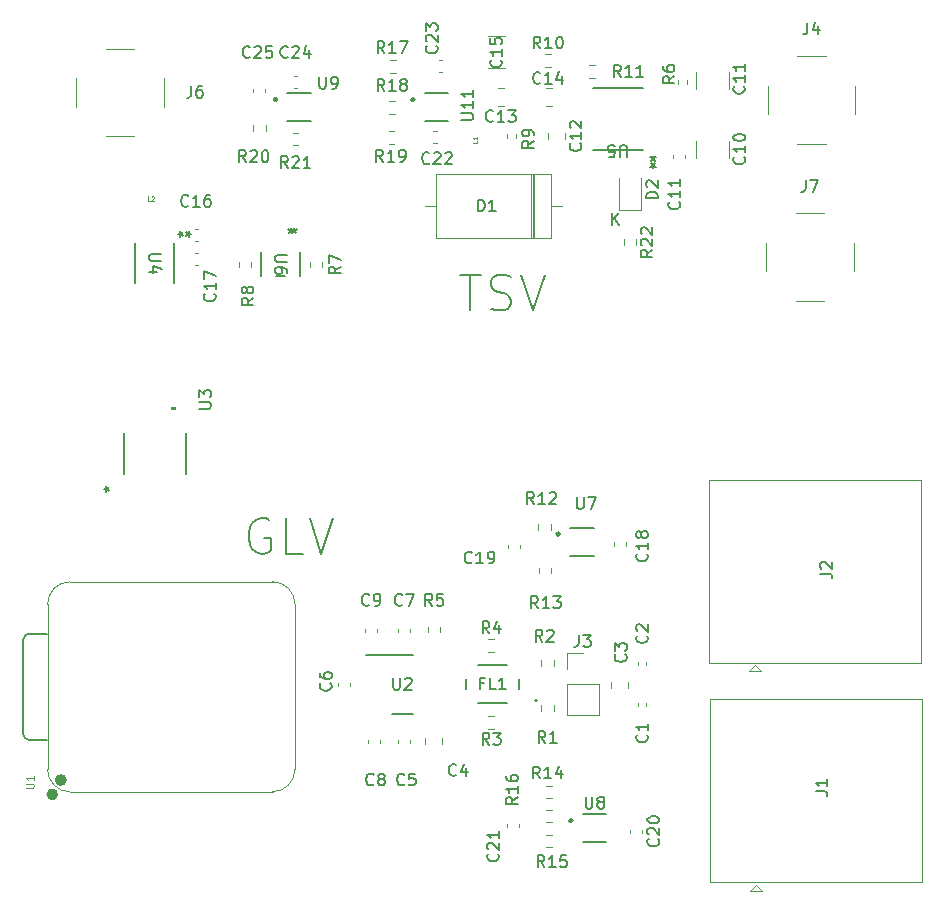
<source format=gbr>
%TF.GenerationSoftware,KiCad,Pcbnew,8.0.7*%
%TF.CreationDate,2025-03-11T17:28:54-05:00*%
%TF.ProjectId,motorboard,6d6f746f-7262-46f6-9172-642e6b696361,rev?*%
%TF.SameCoordinates,Original*%
%TF.FileFunction,Legend,Top*%
%TF.FilePolarity,Positive*%
%FSLAX46Y46*%
G04 Gerber Fmt 4.6, Leading zero omitted, Abs format (unit mm)*
G04 Created by KiCad (PCBNEW 8.0.7) date 2025-03-11 17:28:54*
%MOMM*%
%LPD*%
G01*
G04 APERTURE LIST*
%ADD10C,0.150000*%
%ADD11C,0.098425*%
%ADD12C,0.101600*%
%ADD13C,0.120000*%
%ADD14C,0.250000*%
%ADD15C,0.152400*%
%ADD16C,0.504000*%
%ADD17C,0.100000*%
%ADD18C,0.127000*%
%ADD19C,0.200000*%
%ADD20C,0.000000*%
G04 APERTURE END LIST*
D10*
X143184398Y-81825057D02*
X144898684Y-81825057D01*
X144041541Y-84825057D02*
X144041541Y-81825057D01*
X145755826Y-84682200D02*
X146184398Y-84825057D01*
X146184398Y-84825057D02*
X146898683Y-84825057D01*
X146898683Y-84825057D02*
X147184398Y-84682200D01*
X147184398Y-84682200D02*
X147327255Y-84539342D01*
X147327255Y-84539342D02*
X147470112Y-84253628D01*
X147470112Y-84253628D02*
X147470112Y-83967914D01*
X147470112Y-83967914D02*
X147327255Y-83682200D01*
X147327255Y-83682200D02*
X147184398Y-83539342D01*
X147184398Y-83539342D02*
X146898683Y-83396485D01*
X146898683Y-83396485D02*
X146327255Y-83253628D01*
X146327255Y-83253628D02*
X146041540Y-83110771D01*
X146041540Y-83110771D02*
X145898683Y-82967914D01*
X145898683Y-82967914D02*
X145755826Y-82682200D01*
X145755826Y-82682200D02*
X145755826Y-82396485D01*
X145755826Y-82396485D02*
X145898683Y-82110771D01*
X145898683Y-82110771D02*
X146041540Y-81967914D01*
X146041540Y-81967914D02*
X146327255Y-81825057D01*
X146327255Y-81825057D02*
X147041540Y-81825057D01*
X147041540Y-81825057D02*
X147470112Y-81967914D01*
X148327255Y-81825057D02*
X149327255Y-84825057D01*
X149327255Y-84825057D02*
X150327255Y-81825057D01*
X126984398Y-102567914D02*
X126698684Y-102425057D01*
X126698684Y-102425057D02*
X126270112Y-102425057D01*
X126270112Y-102425057D02*
X125841541Y-102567914D01*
X125841541Y-102567914D02*
X125555826Y-102853628D01*
X125555826Y-102853628D02*
X125412969Y-103139342D01*
X125412969Y-103139342D02*
X125270112Y-103710771D01*
X125270112Y-103710771D02*
X125270112Y-104139342D01*
X125270112Y-104139342D02*
X125412969Y-104710771D01*
X125412969Y-104710771D02*
X125555826Y-104996485D01*
X125555826Y-104996485D02*
X125841541Y-105282200D01*
X125841541Y-105282200D02*
X126270112Y-105425057D01*
X126270112Y-105425057D02*
X126555826Y-105425057D01*
X126555826Y-105425057D02*
X126984398Y-105282200D01*
X126984398Y-105282200D02*
X127127255Y-105139342D01*
X127127255Y-105139342D02*
X127127255Y-104139342D01*
X127127255Y-104139342D02*
X126555826Y-104139342D01*
X129841541Y-105425057D02*
X128412969Y-105425057D01*
X128412969Y-105425057D02*
X128412969Y-102425057D01*
X130412969Y-102425057D02*
X131412969Y-105425057D01*
X131412969Y-105425057D02*
X132412969Y-102425057D01*
X145633334Y-121604019D02*
X145300001Y-121127828D01*
X145061906Y-121604019D02*
X145061906Y-120604019D01*
X145061906Y-120604019D02*
X145442858Y-120604019D01*
X145442858Y-120604019D02*
X145538096Y-120651638D01*
X145538096Y-120651638D02*
X145585715Y-120699257D01*
X145585715Y-120699257D02*
X145633334Y-120794495D01*
X145633334Y-120794495D02*
X145633334Y-120937352D01*
X145633334Y-120937352D02*
X145585715Y-121032590D01*
X145585715Y-121032590D02*
X145538096Y-121080209D01*
X145538096Y-121080209D02*
X145442858Y-121127828D01*
X145442858Y-121127828D02*
X145061906Y-121127828D01*
X145966668Y-120604019D02*
X146585715Y-120604019D01*
X146585715Y-120604019D02*
X146252382Y-120984971D01*
X146252382Y-120984971D02*
X146395239Y-120984971D01*
X146395239Y-120984971D02*
X146490477Y-121032590D01*
X146490477Y-121032590D02*
X146538096Y-121080209D01*
X146538096Y-121080209D02*
X146585715Y-121175447D01*
X146585715Y-121175447D02*
X146585715Y-121413542D01*
X146585715Y-121413542D02*
X146538096Y-121508780D01*
X146538096Y-121508780D02*
X146490477Y-121556400D01*
X146490477Y-121556400D02*
X146395239Y-121604019D01*
X146395239Y-121604019D02*
X146109525Y-121604019D01*
X146109525Y-121604019D02*
X146014287Y-121556400D01*
X146014287Y-121556400D02*
X145966668Y-121508780D01*
X145633334Y-112174019D02*
X145300001Y-111697828D01*
X145061906Y-112174019D02*
X145061906Y-111174019D01*
X145061906Y-111174019D02*
X145442858Y-111174019D01*
X145442858Y-111174019D02*
X145538096Y-111221638D01*
X145538096Y-111221638D02*
X145585715Y-111269257D01*
X145585715Y-111269257D02*
X145633334Y-111364495D01*
X145633334Y-111364495D02*
X145633334Y-111507352D01*
X145633334Y-111507352D02*
X145585715Y-111602590D01*
X145585715Y-111602590D02*
X145538096Y-111650209D01*
X145538096Y-111650209D02*
X145442858Y-111697828D01*
X145442858Y-111697828D02*
X145061906Y-111697828D01*
X146490477Y-111507352D02*
X146490477Y-112174019D01*
X146252382Y-111126400D02*
X146014287Y-111840685D01*
X146014287Y-111840685D02*
X146633334Y-111840685D01*
X159435819Y-79704857D02*
X158959628Y-80038190D01*
X159435819Y-80276285D02*
X158435819Y-80276285D01*
X158435819Y-80276285D02*
X158435819Y-79895333D01*
X158435819Y-79895333D02*
X158483438Y-79800095D01*
X158483438Y-79800095D02*
X158531057Y-79752476D01*
X158531057Y-79752476D02*
X158626295Y-79704857D01*
X158626295Y-79704857D02*
X158769152Y-79704857D01*
X158769152Y-79704857D02*
X158864390Y-79752476D01*
X158864390Y-79752476D02*
X158912009Y-79800095D01*
X158912009Y-79800095D02*
X158959628Y-79895333D01*
X158959628Y-79895333D02*
X158959628Y-80276285D01*
X158531057Y-79323904D02*
X158483438Y-79276285D01*
X158483438Y-79276285D02*
X158435819Y-79181047D01*
X158435819Y-79181047D02*
X158435819Y-78942952D01*
X158435819Y-78942952D02*
X158483438Y-78847714D01*
X158483438Y-78847714D02*
X158531057Y-78800095D01*
X158531057Y-78800095D02*
X158626295Y-78752476D01*
X158626295Y-78752476D02*
X158721533Y-78752476D01*
X158721533Y-78752476D02*
X158864390Y-78800095D01*
X158864390Y-78800095D02*
X159435819Y-79371523D01*
X159435819Y-79371523D02*
X159435819Y-78752476D01*
X158531057Y-78371523D02*
X158483438Y-78323904D01*
X158483438Y-78323904D02*
X158435819Y-78228666D01*
X158435819Y-78228666D02*
X158435819Y-77990571D01*
X158435819Y-77990571D02*
X158483438Y-77895333D01*
X158483438Y-77895333D02*
X158531057Y-77847714D01*
X158531057Y-77847714D02*
X158626295Y-77800095D01*
X158626295Y-77800095D02*
X158721533Y-77800095D01*
X158721533Y-77800095D02*
X158864390Y-77847714D01*
X158864390Y-77847714D02*
X159435819Y-78419142D01*
X159435819Y-78419142D02*
X159435819Y-77800095D01*
X144661905Y-76454819D02*
X144661905Y-75454819D01*
X144661905Y-75454819D02*
X144900000Y-75454819D01*
X144900000Y-75454819D02*
X145042857Y-75502438D01*
X145042857Y-75502438D02*
X145138095Y-75597676D01*
X145138095Y-75597676D02*
X145185714Y-75692914D01*
X145185714Y-75692914D02*
X145233333Y-75883390D01*
X145233333Y-75883390D02*
X145233333Y-76026247D01*
X145233333Y-76026247D02*
X145185714Y-76216723D01*
X145185714Y-76216723D02*
X145138095Y-76311961D01*
X145138095Y-76311961D02*
X145042857Y-76407200D01*
X145042857Y-76407200D02*
X144900000Y-76454819D01*
X144900000Y-76454819D02*
X144661905Y-76454819D01*
X146185714Y-76454819D02*
X145614286Y-76454819D01*
X145900000Y-76454819D02*
X145900000Y-75454819D01*
X145900000Y-75454819D02*
X145804762Y-75597676D01*
X145804762Y-75597676D02*
X145709524Y-75692914D01*
X145709524Y-75692914D02*
X145614286Y-75740533D01*
X156019095Y-77611819D02*
X156019095Y-76611819D01*
X156590523Y-77611819D02*
X156161952Y-77040390D01*
X156590523Y-76611819D02*
X156019095Y-77183247D01*
X173654819Y-107133333D02*
X174369104Y-107133333D01*
X174369104Y-107133333D02*
X174511961Y-107180952D01*
X174511961Y-107180952D02*
X174607200Y-107276190D01*
X174607200Y-107276190D02*
X174654819Y-107419047D01*
X174654819Y-107419047D02*
X174654819Y-107514285D01*
X173750057Y-106704761D02*
X173702438Y-106657142D01*
X173702438Y-106657142D02*
X173654819Y-106561904D01*
X173654819Y-106561904D02*
X173654819Y-106323809D01*
X173654819Y-106323809D02*
X173702438Y-106228571D01*
X173702438Y-106228571D02*
X173750057Y-106180952D01*
X173750057Y-106180952D02*
X173845295Y-106133333D01*
X173845295Y-106133333D02*
X173940533Y-106133333D01*
X173940533Y-106133333D02*
X174083390Y-106180952D01*
X174083390Y-106180952D02*
X174654819Y-106752380D01*
X174654819Y-106752380D02*
X174654819Y-106133333D01*
X156757142Y-65054819D02*
X156423809Y-64578628D01*
X156185714Y-65054819D02*
X156185714Y-64054819D01*
X156185714Y-64054819D02*
X156566666Y-64054819D01*
X156566666Y-64054819D02*
X156661904Y-64102438D01*
X156661904Y-64102438D02*
X156709523Y-64150057D01*
X156709523Y-64150057D02*
X156757142Y-64245295D01*
X156757142Y-64245295D02*
X156757142Y-64388152D01*
X156757142Y-64388152D02*
X156709523Y-64483390D01*
X156709523Y-64483390D02*
X156661904Y-64531009D01*
X156661904Y-64531009D02*
X156566666Y-64578628D01*
X156566666Y-64578628D02*
X156185714Y-64578628D01*
X157709523Y-65054819D02*
X157138095Y-65054819D01*
X157423809Y-65054819D02*
X157423809Y-64054819D01*
X157423809Y-64054819D02*
X157328571Y-64197676D01*
X157328571Y-64197676D02*
X157233333Y-64292914D01*
X157233333Y-64292914D02*
X157138095Y-64340533D01*
X158661904Y-65054819D02*
X158090476Y-65054819D01*
X158376190Y-65054819D02*
X158376190Y-64054819D01*
X158376190Y-64054819D02*
X158280952Y-64197676D01*
X158280952Y-64197676D02*
X158185714Y-64292914D01*
X158185714Y-64292914D02*
X158090476Y-64340533D01*
X125357142Y-63359580D02*
X125309523Y-63407200D01*
X125309523Y-63407200D02*
X125166666Y-63454819D01*
X125166666Y-63454819D02*
X125071428Y-63454819D01*
X125071428Y-63454819D02*
X124928571Y-63407200D01*
X124928571Y-63407200D02*
X124833333Y-63311961D01*
X124833333Y-63311961D02*
X124785714Y-63216723D01*
X124785714Y-63216723D02*
X124738095Y-63026247D01*
X124738095Y-63026247D02*
X124738095Y-62883390D01*
X124738095Y-62883390D02*
X124785714Y-62692914D01*
X124785714Y-62692914D02*
X124833333Y-62597676D01*
X124833333Y-62597676D02*
X124928571Y-62502438D01*
X124928571Y-62502438D02*
X125071428Y-62454819D01*
X125071428Y-62454819D02*
X125166666Y-62454819D01*
X125166666Y-62454819D02*
X125309523Y-62502438D01*
X125309523Y-62502438D02*
X125357142Y-62550057D01*
X125738095Y-62550057D02*
X125785714Y-62502438D01*
X125785714Y-62502438D02*
X125880952Y-62454819D01*
X125880952Y-62454819D02*
X126119047Y-62454819D01*
X126119047Y-62454819D02*
X126214285Y-62502438D01*
X126214285Y-62502438D02*
X126261904Y-62550057D01*
X126261904Y-62550057D02*
X126309523Y-62645295D01*
X126309523Y-62645295D02*
X126309523Y-62740533D01*
X126309523Y-62740533D02*
X126261904Y-62883390D01*
X126261904Y-62883390D02*
X125690476Y-63454819D01*
X125690476Y-63454819D02*
X126309523Y-63454819D01*
X127214285Y-62454819D02*
X126738095Y-62454819D01*
X126738095Y-62454819D02*
X126690476Y-62931009D01*
X126690476Y-62931009D02*
X126738095Y-62883390D01*
X126738095Y-62883390D02*
X126833333Y-62835771D01*
X126833333Y-62835771D02*
X127071428Y-62835771D01*
X127071428Y-62835771D02*
X127166666Y-62883390D01*
X127166666Y-62883390D02*
X127214285Y-62931009D01*
X127214285Y-62931009D02*
X127261904Y-63026247D01*
X127261904Y-63026247D02*
X127261904Y-63264342D01*
X127261904Y-63264342D02*
X127214285Y-63359580D01*
X127214285Y-63359580D02*
X127166666Y-63407200D01*
X127166666Y-63407200D02*
X127071428Y-63454819D01*
X127071428Y-63454819D02*
X126833333Y-63454819D01*
X126833333Y-63454819D02*
X126738095Y-63407200D01*
X126738095Y-63407200D02*
X126690476Y-63359580D01*
X133047570Y-81124116D02*
X132571379Y-81457449D01*
X133047570Y-81695544D02*
X132047570Y-81695544D01*
X132047570Y-81695544D02*
X132047570Y-81314592D01*
X132047570Y-81314592D02*
X132095189Y-81219354D01*
X132095189Y-81219354D02*
X132142808Y-81171735D01*
X132142808Y-81171735D02*
X132238046Y-81124116D01*
X132238046Y-81124116D02*
X132380903Y-81124116D01*
X132380903Y-81124116D02*
X132476141Y-81171735D01*
X132476141Y-81171735D02*
X132523760Y-81219354D01*
X132523760Y-81219354D02*
X132571379Y-81314592D01*
X132571379Y-81314592D02*
X132571379Y-81695544D01*
X132047570Y-80790782D02*
X132047570Y-80124116D01*
X132047570Y-80124116D02*
X133047570Y-80552687D01*
X125654819Y-83766666D02*
X125178628Y-84099999D01*
X125654819Y-84338094D02*
X124654819Y-84338094D01*
X124654819Y-84338094D02*
X124654819Y-83957142D01*
X124654819Y-83957142D02*
X124702438Y-83861904D01*
X124702438Y-83861904D02*
X124750057Y-83814285D01*
X124750057Y-83814285D02*
X124845295Y-83766666D01*
X124845295Y-83766666D02*
X124988152Y-83766666D01*
X124988152Y-83766666D02*
X125083390Y-83814285D01*
X125083390Y-83814285D02*
X125131009Y-83861904D01*
X125131009Y-83861904D02*
X125178628Y-83957142D01*
X125178628Y-83957142D02*
X125178628Y-84338094D01*
X125083390Y-83195237D02*
X125035771Y-83290475D01*
X125035771Y-83290475D02*
X124988152Y-83338094D01*
X124988152Y-83338094D02*
X124892914Y-83385713D01*
X124892914Y-83385713D02*
X124845295Y-83385713D01*
X124845295Y-83385713D02*
X124750057Y-83338094D01*
X124750057Y-83338094D02*
X124702438Y-83290475D01*
X124702438Y-83290475D02*
X124654819Y-83195237D01*
X124654819Y-83195237D02*
X124654819Y-83004761D01*
X124654819Y-83004761D02*
X124702438Y-82909523D01*
X124702438Y-82909523D02*
X124750057Y-82861904D01*
X124750057Y-82861904D02*
X124845295Y-82814285D01*
X124845295Y-82814285D02*
X124892914Y-82814285D01*
X124892914Y-82814285D02*
X124988152Y-82861904D01*
X124988152Y-82861904D02*
X125035771Y-82909523D01*
X125035771Y-82909523D02*
X125083390Y-83004761D01*
X125083390Y-83004761D02*
X125083390Y-83195237D01*
X125083390Y-83195237D02*
X125131009Y-83290475D01*
X125131009Y-83290475D02*
X125178628Y-83338094D01*
X125178628Y-83338094D02*
X125273866Y-83385713D01*
X125273866Y-83385713D02*
X125464342Y-83385713D01*
X125464342Y-83385713D02*
X125559580Y-83338094D01*
X125559580Y-83338094D02*
X125607200Y-83290475D01*
X125607200Y-83290475D02*
X125654819Y-83195237D01*
X125654819Y-83195237D02*
X125654819Y-83004761D01*
X125654819Y-83004761D02*
X125607200Y-82909523D01*
X125607200Y-82909523D02*
X125559580Y-82861904D01*
X125559580Y-82861904D02*
X125464342Y-82814285D01*
X125464342Y-82814285D02*
X125273866Y-82814285D01*
X125273866Y-82814285D02*
X125178628Y-82861904D01*
X125178628Y-82861904D02*
X125131009Y-82909523D01*
X125131009Y-82909523D02*
X125083390Y-83004761D01*
D11*
X144608014Y-70457279D02*
X144608014Y-70644755D01*
X144608014Y-70644755D02*
X144214313Y-70644755D01*
X144608014Y-70119821D02*
X144608014Y-70344793D01*
X144608014Y-70232307D02*
X144214313Y-70232307D01*
X144214313Y-70232307D02*
X144270556Y-70269802D01*
X144270556Y-70269802D02*
X144308052Y-70307298D01*
X144308052Y-70307298D02*
X144326799Y-70344793D01*
D10*
X140557142Y-72359580D02*
X140509523Y-72407200D01*
X140509523Y-72407200D02*
X140366666Y-72454819D01*
X140366666Y-72454819D02*
X140271428Y-72454819D01*
X140271428Y-72454819D02*
X140128571Y-72407200D01*
X140128571Y-72407200D02*
X140033333Y-72311961D01*
X140033333Y-72311961D02*
X139985714Y-72216723D01*
X139985714Y-72216723D02*
X139938095Y-72026247D01*
X139938095Y-72026247D02*
X139938095Y-71883390D01*
X139938095Y-71883390D02*
X139985714Y-71692914D01*
X139985714Y-71692914D02*
X140033333Y-71597676D01*
X140033333Y-71597676D02*
X140128571Y-71502438D01*
X140128571Y-71502438D02*
X140271428Y-71454819D01*
X140271428Y-71454819D02*
X140366666Y-71454819D01*
X140366666Y-71454819D02*
X140509523Y-71502438D01*
X140509523Y-71502438D02*
X140557142Y-71550057D01*
X140938095Y-71550057D02*
X140985714Y-71502438D01*
X140985714Y-71502438D02*
X141080952Y-71454819D01*
X141080952Y-71454819D02*
X141319047Y-71454819D01*
X141319047Y-71454819D02*
X141414285Y-71502438D01*
X141414285Y-71502438D02*
X141461904Y-71550057D01*
X141461904Y-71550057D02*
X141509523Y-71645295D01*
X141509523Y-71645295D02*
X141509523Y-71740533D01*
X141509523Y-71740533D02*
X141461904Y-71883390D01*
X141461904Y-71883390D02*
X140890476Y-72454819D01*
X140890476Y-72454819D02*
X141509523Y-72454819D01*
X141890476Y-71550057D02*
X141938095Y-71502438D01*
X141938095Y-71502438D02*
X142033333Y-71454819D01*
X142033333Y-71454819D02*
X142271428Y-71454819D01*
X142271428Y-71454819D02*
X142366666Y-71502438D01*
X142366666Y-71502438D02*
X142414285Y-71550057D01*
X142414285Y-71550057D02*
X142461904Y-71645295D01*
X142461904Y-71645295D02*
X142461904Y-71740533D01*
X142461904Y-71740533D02*
X142414285Y-71883390D01*
X142414285Y-71883390D02*
X141842857Y-72454819D01*
X141842857Y-72454819D02*
X142461904Y-72454819D01*
X172443666Y-73772819D02*
X172443666Y-74487104D01*
X172443666Y-74487104D02*
X172396047Y-74629961D01*
X172396047Y-74629961D02*
X172300809Y-74725200D01*
X172300809Y-74725200D02*
X172157952Y-74772819D01*
X172157952Y-74772819D02*
X172062714Y-74772819D01*
X172824619Y-73772819D02*
X173491285Y-73772819D01*
X173491285Y-73772819D02*
X173062714Y-74772819D01*
X153789927Y-126015019D02*
X153789927Y-126824542D01*
X153789927Y-126824542D02*
X153837546Y-126919780D01*
X153837546Y-126919780D02*
X153885165Y-126967400D01*
X153885165Y-126967400D02*
X153980403Y-127015019D01*
X153980403Y-127015019D02*
X154170879Y-127015019D01*
X154170879Y-127015019D02*
X154266117Y-126967400D01*
X154266117Y-126967400D02*
X154313736Y-126919780D01*
X154313736Y-126919780D02*
X154361355Y-126824542D01*
X154361355Y-126824542D02*
X154361355Y-126015019D01*
X154980403Y-126443590D02*
X154885165Y-126395971D01*
X154885165Y-126395971D02*
X154837546Y-126348352D01*
X154837546Y-126348352D02*
X154789927Y-126253114D01*
X154789927Y-126253114D02*
X154789927Y-126205495D01*
X154789927Y-126205495D02*
X154837546Y-126110257D01*
X154837546Y-126110257D02*
X154885165Y-126062638D01*
X154885165Y-126062638D02*
X154980403Y-126015019D01*
X154980403Y-126015019D02*
X155170879Y-126015019D01*
X155170879Y-126015019D02*
X155266117Y-126062638D01*
X155266117Y-126062638D02*
X155313736Y-126110257D01*
X155313736Y-126110257D02*
X155361355Y-126205495D01*
X155361355Y-126205495D02*
X155361355Y-126253114D01*
X155361355Y-126253114D02*
X155313736Y-126348352D01*
X155313736Y-126348352D02*
X155266117Y-126395971D01*
X155266117Y-126395971D02*
X155170879Y-126443590D01*
X155170879Y-126443590D02*
X154980403Y-126443590D01*
X154980403Y-126443590D02*
X154885165Y-126491209D01*
X154885165Y-126491209D02*
X154837546Y-126538828D01*
X154837546Y-126538828D02*
X154789927Y-126634066D01*
X154789927Y-126634066D02*
X154789927Y-126824542D01*
X154789927Y-126824542D02*
X154837546Y-126919780D01*
X154837546Y-126919780D02*
X154885165Y-126967400D01*
X154885165Y-126967400D02*
X154980403Y-127015019D01*
X154980403Y-127015019D02*
X155170879Y-127015019D01*
X155170879Y-127015019D02*
X155266117Y-126967400D01*
X155266117Y-126967400D02*
X155313736Y-126919780D01*
X155313736Y-126919780D02*
X155361355Y-126824542D01*
X155361355Y-126824542D02*
X155361355Y-126634066D01*
X155361355Y-126634066D02*
X155313736Y-126538828D01*
X155313736Y-126538828D02*
X155266117Y-126491209D01*
X155266117Y-126491209D02*
X155170879Y-126443590D01*
X149957142Y-62654819D02*
X149623809Y-62178628D01*
X149385714Y-62654819D02*
X149385714Y-61654819D01*
X149385714Y-61654819D02*
X149766666Y-61654819D01*
X149766666Y-61654819D02*
X149861904Y-61702438D01*
X149861904Y-61702438D02*
X149909523Y-61750057D01*
X149909523Y-61750057D02*
X149957142Y-61845295D01*
X149957142Y-61845295D02*
X149957142Y-61988152D01*
X149957142Y-61988152D02*
X149909523Y-62083390D01*
X149909523Y-62083390D02*
X149861904Y-62131009D01*
X149861904Y-62131009D02*
X149766666Y-62178628D01*
X149766666Y-62178628D02*
X149385714Y-62178628D01*
X150909523Y-62654819D02*
X150338095Y-62654819D01*
X150623809Y-62654819D02*
X150623809Y-61654819D01*
X150623809Y-61654819D02*
X150528571Y-61797676D01*
X150528571Y-61797676D02*
X150433333Y-61892914D01*
X150433333Y-61892914D02*
X150338095Y-61940533D01*
X151528571Y-61654819D02*
X151623809Y-61654819D01*
X151623809Y-61654819D02*
X151719047Y-61702438D01*
X151719047Y-61702438D02*
X151766666Y-61750057D01*
X151766666Y-61750057D02*
X151814285Y-61845295D01*
X151814285Y-61845295D02*
X151861904Y-62035771D01*
X151861904Y-62035771D02*
X151861904Y-62273866D01*
X151861904Y-62273866D02*
X151814285Y-62464342D01*
X151814285Y-62464342D02*
X151766666Y-62559580D01*
X151766666Y-62559580D02*
X151719047Y-62607200D01*
X151719047Y-62607200D02*
X151623809Y-62654819D01*
X151623809Y-62654819D02*
X151528571Y-62654819D01*
X151528571Y-62654819D02*
X151433333Y-62607200D01*
X151433333Y-62607200D02*
X151385714Y-62559580D01*
X151385714Y-62559580D02*
X151338095Y-62464342D01*
X151338095Y-62464342D02*
X151290476Y-62273866D01*
X151290476Y-62273866D02*
X151290476Y-62035771D01*
X151290476Y-62035771D02*
X151338095Y-61845295D01*
X151338095Y-61845295D02*
X151385714Y-61750057D01*
X151385714Y-61750057D02*
X151433333Y-61702438D01*
X151433333Y-61702438D02*
X151528571Y-61654819D01*
X153038095Y-100654819D02*
X153038095Y-101464342D01*
X153038095Y-101464342D02*
X153085714Y-101559580D01*
X153085714Y-101559580D02*
X153133333Y-101607200D01*
X153133333Y-101607200D02*
X153228571Y-101654819D01*
X153228571Y-101654819D02*
X153419047Y-101654819D01*
X153419047Y-101654819D02*
X153514285Y-101607200D01*
X153514285Y-101607200D02*
X153561904Y-101559580D01*
X153561904Y-101559580D02*
X153609523Y-101464342D01*
X153609523Y-101464342D02*
X153609523Y-100654819D01*
X153990476Y-100654819D02*
X154657142Y-100654819D01*
X154657142Y-100654819D02*
X154228571Y-101654819D01*
X149923142Y-124454819D02*
X149589809Y-123978628D01*
X149351714Y-124454819D02*
X149351714Y-123454819D01*
X149351714Y-123454819D02*
X149732666Y-123454819D01*
X149732666Y-123454819D02*
X149827904Y-123502438D01*
X149827904Y-123502438D02*
X149875523Y-123550057D01*
X149875523Y-123550057D02*
X149923142Y-123645295D01*
X149923142Y-123645295D02*
X149923142Y-123788152D01*
X149923142Y-123788152D02*
X149875523Y-123883390D01*
X149875523Y-123883390D02*
X149827904Y-123931009D01*
X149827904Y-123931009D02*
X149732666Y-123978628D01*
X149732666Y-123978628D02*
X149351714Y-123978628D01*
X150875523Y-124454819D02*
X150304095Y-124454819D01*
X150589809Y-124454819D02*
X150589809Y-123454819D01*
X150589809Y-123454819D02*
X150494571Y-123597676D01*
X150494571Y-123597676D02*
X150399333Y-123692914D01*
X150399333Y-123692914D02*
X150304095Y-123740533D01*
X151732666Y-123788152D02*
X151732666Y-124454819D01*
X151494571Y-123407200D02*
X151256476Y-124121485D01*
X151256476Y-124121485D02*
X151875523Y-124121485D01*
X117837180Y-80078095D02*
X117027657Y-80078095D01*
X117027657Y-80078095D02*
X116932419Y-80125714D01*
X116932419Y-80125714D02*
X116884800Y-80173333D01*
X116884800Y-80173333D02*
X116837180Y-80268571D01*
X116837180Y-80268571D02*
X116837180Y-80459047D01*
X116837180Y-80459047D02*
X116884800Y-80554285D01*
X116884800Y-80554285D02*
X116932419Y-80601904D01*
X116932419Y-80601904D02*
X117027657Y-80649523D01*
X117027657Y-80649523D02*
X117837180Y-80649523D01*
X117503847Y-81554285D02*
X116837180Y-81554285D01*
X117884800Y-81316190D02*
X117170514Y-81078095D01*
X117170514Y-81078095D02*
X117170514Y-81697142D01*
X119295819Y-78372649D02*
X119533914Y-78372649D01*
X119438676Y-78610744D02*
X119533914Y-78372649D01*
X119533914Y-78372649D02*
X119438676Y-78134554D01*
X119724390Y-78515506D02*
X119533914Y-78372649D01*
X119533914Y-78372649D02*
X119724390Y-78229792D01*
X120386180Y-78372650D02*
X120148085Y-78372650D01*
X120243323Y-78134555D02*
X120148085Y-78372650D01*
X120148085Y-78372650D02*
X120243323Y-78610745D01*
X119957609Y-78229793D02*
X120148085Y-78372650D01*
X120148085Y-78372650D02*
X119957609Y-78515507D01*
X143275819Y-68717757D02*
X144085342Y-68717757D01*
X144085342Y-68717757D02*
X144180580Y-68670138D01*
X144180580Y-68670138D02*
X144228200Y-68622519D01*
X144228200Y-68622519D02*
X144275819Y-68527281D01*
X144275819Y-68527281D02*
X144275819Y-68336805D01*
X144275819Y-68336805D02*
X144228200Y-68241567D01*
X144228200Y-68241567D02*
X144180580Y-68193948D01*
X144180580Y-68193948D02*
X144085342Y-68146329D01*
X144085342Y-68146329D02*
X143275819Y-68146329D01*
X144275819Y-67146329D02*
X144275819Y-67717757D01*
X144275819Y-67432043D02*
X143275819Y-67432043D01*
X143275819Y-67432043D02*
X143418676Y-67527281D01*
X143418676Y-67527281D02*
X143513914Y-67622519D01*
X143513914Y-67622519D02*
X143561533Y-67717757D01*
X144275819Y-66193948D02*
X144275819Y-66765376D01*
X144275819Y-66479662D02*
X143275819Y-66479662D01*
X143275819Y-66479662D02*
X143418676Y-66574900D01*
X143418676Y-66574900D02*
X143513914Y-66670138D01*
X143513914Y-66670138D02*
X143561533Y-66765376D01*
X136757142Y-66254819D02*
X136423809Y-65778628D01*
X136185714Y-66254819D02*
X136185714Y-65254819D01*
X136185714Y-65254819D02*
X136566666Y-65254819D01*
X136566666Y-65254819D02*
X136661904Y-65302438D01*
X136661904Y-65302438D02*
X136709523Y-65350057D01*
X136709523Y-65350057D02*
X136757142Y-65445295D01*
X136757142Y-65445295D02*
X136757142Y-65588152D01*
X136757142Y-65588152D02*
X136709523Y-65683390D01*
X136709523Y-65683390D02*
X136661904Y-65731009D01*
X136661904Y-65731009D02*
X136566666Y-65778628D01*
X136566666Y-65778628D02*
X136185714Y-65778628D01*
X137709523Y-66254819D02*
X137138095Y-66254819D01*
X137423809Y-66254819D02*
X137423809Y-65254819D01*
X137423809Y-65254819D02*
X137328571Y-65397676D01*
X137328571Y-65397676D02*
X137233333Y-65492914D01*
X137233333Y-65492914D02*
X137138095Y-65540533D01*
X138280952Y-65683390D02*
X138185714Y-65635771D01*
X138185714Y-65635771D02*
X138138095Y-65588152D01*
X138138095Y-65588152D02*
X138090476Y-65492914D01*
X138090476Y-65492914D02*
X138090476Y-65445295D01*
X138090476Y-65445295D02*
X138138095Y-65350057D01*
X138138095Y-65350057D02*
X138185714Y-65302438D01*
X138185714Y-65302438D02*
X138280952Y-65254819D01*
X138280952Y-65254819D02*
X138471428Y-65254819D01*
X138471428Y-65254819D02*
X138566666Y-65302438D01*
X138566666Y-65302438D02*
X138614285Y-65350057D01*
X138614285Y-65350057D02*
X138661904Y-65445295D01*
X138661904Y-65445295D02*
X138661904Y-65492914D01*
X138661904Y-65492914D02*
X138614285Y-65588152D01*
X138614285Y-65588152D02*
X138566666Y-65635771D01*
X138566666Y-65635771D02*
X138471428Y-65683390D01*
X138471428Y-65683390D02*
X138280952Y-65683390D01*
X138280952Y-65683390D02*
X138185714Y-65731009D01*
X138185714Y-65731009D02*
X138138095Y-65778628D01*
X138138095Y-65778628D02*
X138090476Y-65873866D01*
X138090476Y-65873866D02*
X138090476Y-66064342D01*
X138090476Y-66064342D02*
X138138095Y-66159580D01*
X138138095Y-66159580D02*
X138185714Y-66207200D01*
X138185714Y-66207200D02*
X138280952Y-66254819D01*
X138280952Y-66254819D02*
X138471428Y-66254819D01*
X138471428Y-66254819D02*
X138566666Y-66207200D01*
X138566666Y-66207200D02*
X138614285Y-66159580D01*
X138614285Y-66159580D02*
X138661904Y-66064342D01*
X138661904Y-66064342D02*
X138661904Y-65873866D01*
X138661904Y-65873866D02*
X138614285Y-65778628D01*
X138614285Y-65778628D02*
X138566666Y-65731009D01*
X138566666Y-65731009D02*
X138471428Y-65683390D01*
X157268904Y-71835080D02*
X157268904Y-71025557D01*
X157268904Y-71025557D02*
X157221285Y-70930319D01*
X157221285Y-70930319D02*
X157173666Y-70882700D01*
X157173666Y-70882700D02*
X157078428Y-70835080D01*
X157078428Y-70835080D02*
X156887952Y-70835080D01*
X156887952Y-70835080D02*
X156792714Y-70882700D01*
X156792714Y-70882700D02*
X156745095Y-70930319D01*
X156745095Y-70930319D02*
X156697476Y-71025557D01*
X156697476Y-71025557D02*
X156697476Y-71835080D01*
X155745095Y-71835080D02*
X156221285Y-71835080D01*
X156221285Y-71835080D02*
X156268904Y-71358890D01*
X156268904Y-71358890D02*
X156221285Y-71406509D01*
X156221285Y-71406509D02*
X156126047Y-71454128D01*
X156126047Y-71454128D02*
X155887952Y-71454128D01*
X155887952Y-71454128D02*
X155792714Y-71406509D01*
X155792714Y-71406509D02*
X155745095Y-71358890D01*
X155745095Y-71358890D02*
X155697476Y-71263652D01*
X155697476Y-71263652D02*
X155697476Y-71025557D01*
X155697476Y-71025557D02*
X155745095Y-70930319D01*
X155745095Y-70930319D02*
X155792714Y-70882700D01*
X155792714Y-70882700D02*
X155887952Y-70835080D01*
X155887952Y-70835080D02*
X156126047Y-70835080D01*
X156126047Y-70835080D02*
X156221285Y-70882700D01*
X156221285Y-70882700D02*
X156268904Y-70930319D01*
X159485150Y-71722619D02*
X159485150Y-71960714D01*
X159247055Y-71865476D02*
X159485150Y-71960714D01*
X159485150Y-71960714D02*
X159723245Y-71865476D01*
X159342293Y-72151190D02*
X159485150Y-71960714D01*
X159485150Y-71960714D02*
X159628007Y-72151190D01*
X159485149Y-72812980D02*
X159485149Y-72574885D01*
X159723244Y-72670123D02*
X159485149Y-72574885D01*
X159485149Y-72574885D02*
X159247054Y-72670123D01*
X159628006Y-72384409D02*
X159485149Y-72574885D01*
X159485149Y-72574885D02*
X159342292Y-72384409D01*
X146607580Y-63642857D02*
X146655200Y-63690476D01*
X146655200Y-63690476D02*
X146702819Y-63833333D01*
X146702819Y-63833333D02*
X146702819Y-63928571D01*
X146702819Y-63928571D02*
X146655200Y-64071428D01*
X146655200Y-64071428D02*
X146559961Y-64166666D01*
X146559961Y-64166666D02*
X146464723Y-64214285D01*
X146464723Y-64214285D02*
X146274247Y-64261904D01*
X146274247Y-64261904D02*
X146131390Y-64261904D01*
X146131390Y-64261904D02*
X145940914Y-64214285D01*
X145940914Y-64214285D02*
X145845676Y-64166666D01*
X145845676Y-64166666D02*
X145750438Y-64071428D01*
X145750438Y-64071428D02*
X145702819Y-63928571D01*
X145702819Y-63928571D02*
X145702819Y-63833333D01*
X145702819Y-63833333D02*
X145750438Y-63690476D01*
X145750438Y-63690476D02*
X145798057Y-63642857D01*
X146702819Y-62690476D02*
X146702819Y-63261904D01*
X146702819Y-62976190D02*
X145702819Y-62976190D01*
X145702819Y-62976190D02*
X145845676Y-63071428D01*
X145845676Y-63071428D02*
X145940914Y-63166666D01*
X145940914Y-63166666D02*
X145988533Y-63261904D01*
X145702819Y-61785714D02*
X145702819Y-62261904D01*
X145702819Y-62261904D02*
X146179009Y-62309523D01*
X146179009Y-62309523D02*
X146131390Y-62261904D01*
X146131390Y-62261904D02*
X146083771Y-62166666D01*
X146083771Y-62166666D02*
X146083771Y-61928571D01*
X146083771Y-61928571D02*
X146131390Y-61833333D01*
X146131390Y-61833333D02*
X146179009Y-61785714D01*
X146179009Y-61785714D02*
X146274247Y-61738095D01*
X146274247Y-61738095D02*
X146512342Y-61738095D01*
X146512342Y-61738095D02*
X146607580Y-61785714D01*
X146607580Y-61785714D02*
X146655200Y-61833333D01*
X146655200Y-61833333D02*
X146702819Y-61928571D01*
X146702819Y-61928571D02*
X146702819Y-62166666D01*
X146702819Y-62166666D02*
X146655200Y-62261904D01*
X146655200Y-62261904D02*
X146607580Y-62309523D01*
X173254819Y-125533333D02*
X173969104Y-125533333D01*
X173969104Y-125533333D02*
X174111961Y-125580952D01*
X174111961Y-125580952D02*
X174207200Y-125676190D01*
X174207200Y-125676190D02*
X174254819Y-125819047D01*
X174254819Y-125819047D02*
X174254819Y-125914285D01*
X174254819Y-124533333D02*
X174254819Y-125104761D01*
X174254819Y-124819047D02*
X173254819Y-124819047D01*
X173254819Y-124819047D02*
X173397676Y-124914285D01*
X173397676Y-124914285D02*
X173492914Y-125009523D01*
X173492914Y-125009523D02*
X173540533Y-125104761D01*
X128504930Y-80163795D02*
X127695407Y-80163795D01*
X127695407Y-80163795D02*
X127600169Y-80211414D01*
X127600169Y-80211414D02*
X127552550Y-80259033D01*
X127552550Y-80259033D02*
X127504930Y-80354271D01*
X127504930Y-80354271D02*
X127504930Y-80544747D01*
X127504930Y-80544747D02*
X127552550Y-80639985D01*
X127552550Y-80639985D02*
X127600169Y-80687604D01*
X127600169Y-80687604D02*
X127695407Y-80735223D01*
X127695407Y-80735223D02*
X128504930Y-80735223D01*
X128504930Y-81639985D02*
X128504930Y-81449509D01*
X128504930Y-81449509D02*
X128457311Y-81354271D01*
X128457311Y-81354271D02*
X128409692Y-81306652D01*
X128409692Y-81306652D02*
X128266835Y-81211414D01*
X128266835Y-81211414D02*
X128076359Y-81163795D01*
X128076359Y-81163795D02*
X127695407Y-81163795D01*
X127695407Y-81163795D02*
X127600169Y-81211414D01*
X127600169Y-81211414D02*
X127552550Y-81259033D01*
X127552550Y-81259033D02*
X127504930Y-81354271D01*
X127504930Y-81354271D02*
X127504930Y-81544747D01*
X127504930Y-81544747D02*
X127552550Y-81639985D01*
X127552550Y-81639985D02*
X127600169Y-81687604D01*
X127600169Y-81687604D02*
X127695407Y-81735223D01*
X127695407Y-81735223D02*
X127933502Y-81735223D01*
X127933502Y-81735223D02*
X128028740Y-81687604D01*
X128028740Y-81687604D02*
X128076359Y-81639985D01*
X128076359Y-81639985D02*
X128123978Y-81544747D01*
X128123978Y-81544747D02*
X128123978Y-81354271D01*
X128123978Y-81354271D02*
X128076359Y-81259033D01*
X128076359Y-81259033D02*
X128028740Y-81211414D01*
X128028740Y-81211414D02*
X127933502Y-81163795D01*
X129102750Y-77840519D02*
X129102750Y-78078614D01*
X128864655Y-77983376D02*
X129102750Y-78078614D01*
X129102750Y-78078614D02*
X129340845Y-77983376D01*
X128959893Y-78269090D02*
X129102750Y-78078614D01*
X129102750Y-78078614D02*
X129245607Y-78269090D01*
X128848750Y-77840519D02*
X128848750Y-78078614D01*
X128610655Y-77983376D02*
X128848750Y-78078614D01*
X128848750Y-78078614D02*
X129086845Y-77983376D01*
X128705893Y-78269090D02*
X128848750Y-78078614D01*
X128848750Y-78078614D02*
X128991607Y-78269090D01*
X145958142Y-68795580D02*
X145910523Y-68843200D01*
X145910523Y-68843200D02*
X145767666Y-68890819D01*
X145767666Y-68890819D02*
X145672428Y-68890819D01*
X145672428Y-68890819D02*
X145529571Y-68843200D01*
X145529571Y-68843200D02*
X145434333Y-68747961D01*
X145434333Y-68747961D02*
X145386714Y-68652723D01*
X145386714Y-68652723D02*
X145339095Y-68462247D01*
X145339095Y-68462247D02*
X145339095Y-68319390D01*
X145339095Y-68319390D02*
X145386714Y-68128914D01*
X145386714Y-68128914D02*
X145434333Y-68033676D01*
X145434333Y-68033676D02*
X145529571Y-67938438D01*
X145529571Y-67938438D02*
X145672428Y-67890819D01*
X145672428Y-67890819D02*
X145767666Y-67890819D01*
X145767666Y-67890819D02*
X145910523Y-67938438D01*
X145910523Y-67938438D02*
X145958142Y-67986057D01*
X146910523Y-68890819D02*
X146339095Y-68890819D01*
X146624809Y-68890819D02*
X146624809Y-67890819D01*
X146624809Y-67890819D02*
X146529571Y-68033676D01*
X146529571Y-68033676D02*
X146434333Y-68128914D01*
X146434333Y-68128914D02*
X146339095Y-68176533D01*
X147243857Y-67890819D02*
X147862904Y-67890819D01*
X147862904Y-67890819D02*
X147529571Y-68271771D01*
X147529571Y-68271771D02*
X147672428Y-68271771D01*
X147672428Y-68271771D02*
X147767666Y-68319390D01*
X147767666Y-68319390D02*
X147815285Y-68367009D01*
X147815285Y-68367009D02*
X147862904Y-68462247D01*
X147862904Y-68462247D02*
X147862904Y-68700342D01*
X147862904Y-68700342D02*
X147815285Y-68795580D01*
X147815285Y-68795580D02*
X147767666Y-68843200D01*
X147767666Y-68843200D02*
X147672428Y-68890819D01*
X147672428Y-68890819D02*
X147386714Y-68890819D01*
X147386714Y-68890819D02*
X147291476Y-68843200D01*
X147291476Y-68843200D02*
X147243857Y-68795580D01*
X149957142Y-65559580D02*
X149909523Y-65607200D01*
X149909523Y-65607200D02*
X149766666Y-65654819D01*
X149766666Y-65654819D02*
X149671428Y-65654819D01*
X149671428Y-65654819D02*
X149528571Y-65607200D01*
X149528571Y-65607200D02*
X149433333Y-65511961D01*
X149433333Y-65511961D02*
X149385714Y-65416723D01*
X149385714Y-65416723D02*
X149338095Y-65226247D01*
X149338095Y-65226247D02*
X149338095Y-65083390D01*
X149338095Y-65083390D02*
X149385714Y-64892914D01*
X149385714Y-64892914D02*
X149433333Y-64797676D01*
X149433333Y-64797676D02*
X149528571Y-64702438D01*
X149528571Y-64702438D02*
X149671428Y-64654819D01*
X149671428Y-64654819D02*
X149766666Y-64654819D01*
X149766666Y-64654819D02*
X149909523Y-64702438D01*
X149909523Y-64702438D02*
X149957142Y-64750057D01*
X150909523Y-65654819D02*
X150338095Y-65654819D01*
X150623809Y-65654819D02*
X150623809Y-64654819D01*
X150623809Y-64654819D02*
X150528571Y-64797676D01*
X150528571Y-64797676D02*
X150433333Y-64892914D01*
X150433333Y-64892914D02*
X150338095Y-64940533D01*
X151766666Y-64988152D02*
X151766666Y-65654819D01*
X151528571Y-64607200D02*
X151290476Y-65321485D01*
X151290476Y-65321485D02*
X151909523Y-65321485D01*
X158959580Y-120766666D02*
X159007200Y-120814285D01*
X159007200Y-120814285D02*
X159054819Y-120957142D01*
X159054819Y-120957142D02*
X159054819Y-121052380D01*
X159054819Y-121052380D02*
X159007200Y-121195237D01*
X159007200Y-121195237D02*
X158911961Y-121290475D01*
X158911961Y-121290475D02*
X158816723Y-121338094D01*
X158816723Y-121338094D02*
X158626247Y-121385713D01*
X158626247Y-121385713D02*
X158483390Y-121385713D01*
X158483390Y-121385713D02*
X158292914Y-121338094D01*
X158292914Y-121338094D02*
X158197676Y-121290475D01*
X158197676Y-121290475D02*
X158102438Y-121195237D01*
X158102438Y-121195237D02*
X158054819Y-121052380D01*
X158054819Y-121052380D02*
X158054819Y-120957142D01*
X158054819Y-120957142D02*
X158102438Y-120814285D01*
X158102438Y-120814285D02*
X158150057Y-120766666D01*
X159054819Y-119814285D02*
X159054819Y-120385713D01*
X159054819Y-120099999D02*
X158054819Y-120099999D01*
X158054819Y-120099999D02*
X158197676Y-120195237D01*
X158197676Y-120195237D02*
X158292914Y-120290475D01*
X158292914Y-120290475D02*
X158340533Y-120385713D01*
X161692580Y-75653857D02*
X161740200Y-75701476D01*
X161740200Y-75701476D02*
X161787819Y-75844333D01*
X161787819Y-75844333D02*
X161787819Y-75939571D01*
X161787819Y-75939571D02*
X161740200Y-76082428D01*
X161740200Y-76082428D02*
X161644961Y-76177666D01*
X161644961Y-76177666D02*
X161549723Y-76225285D01*
X161549723Y-76225285D02*
X161359247Y-76272904D01*
X161359247Y-76272904D02*
X161216390Y-76272904D01*
X161216390Y-76272904D02*
X161025914Y-76225285D01*
X161025914Y-76225285D02*
X160930676Y-76177666D01*
X160930676Y-76177666D02*
X160835438Y-76082428D01*
X160835438Y-76082428D02*
X160787819Y-75939571D01*
X160787819Y-75939571D02*
X160787819Y-75844333D01*
X160787819Y-75844333D02*
X160835438Y-75701476D01*
X160835438Y-75701476D02*
X160883057Y-75653857D01*
X161787819Y-74701476D02*
X161787819Y-75272904D01*
X161787819Y-74987190D02*
X160787819Y-74987190D01*
X160787819Y-74987190D02*
X160930676Y-75082428D01*
X160930676Y-75082428D02*
X161025914Y-75177666D01*
X161025914Y-75177666D02*
X161073533Y-75272904D01*
X161787819Y-73749095D02*
X161787819Y-74320523D01*
X161787819Y-74034809D02*
X160787819Y-74034809D01*
X160787819Y-74034809D02*
X160930676Y-74130047D01*
X160930676Y-74130047D02*
X161025914Y-74225285D01*
X161025914Y-74225285D02*
X161073533Y-74320523D01*
X128573142Y-72786820D02*
X128239809Y-72310629D01*
X128001714Y-72786820D02*
X128001714Y-71786820D01*
X128001714Y-71786820D02*
X128382666Y-71786820D01*
X128382666Y-71786820D02*
X128477904Y-71834439D01*
X128477904Y-71834439D02*
X128525523Y-71882058D01*
X128525523Y-71882058D02*
X128573142Y-71977296D01*
X128573142Y-71977296D02*
X128573142Y-72120153D01*
X128573142Y-72120153D02*
X128525523Y-72215391D01*
X128525523Y-72215391D02*
X128477904Y-72263010D01*
X128477904Y-72263010D02*
X128382666Y-72310629D01*
X128382666Y-72310629D02*
X128001714Y-72310629D01*
X128954095Y-71882058D02*
X129001714Y-71834439D01*
X129001714Y-71834439D02*
X129096952Y-71786820D01*
X129096952Y-71786820D02*
X129335047Y-71786820D01*
X129335047Y-71786820D02*
X129430285Y-71834439D01*
X129430285Y-71834439D02*
X129477904Y-71882058D01*
X129477904Y-71882058D02*
X129525523Y-71977296D01*
X129525523Y-71977296D02*
X129525523Y-72072534D01*
X129525523Y-72072534D02*
X129477904Y-72215391D01*
X129477904Y-72215391D02*
X128906476Y-72786820D01*
X128906476Y-72786820D02*
X129525523Y-72786820D01*
X130477904Y-72786820D02*
X129906476Y-72786820D01*
X130192190Y-72786820D02*
X130192190Y-71786820D01*
X130192190Y-71786820D02*
X130096952Y-71929677D01*
X130096952Y-71929677D02*
X130001714Y-72024915D01*
X130001714Y-72024915D02*
X129906476Y-72072534D01*
X158959580Y-105442857D02*
X159007200Y-105490476D01*
X159007200Y-105490476D02*
X159054819Y-105633333D01*
X159054819Y-105633333D02*
X159054819Y-105728571D01*
X159054819Y-105728571D02*
X159007200Y-105871428D01*
X159007200Y-105871428D02*
X158911961Y-105966666D01*
X158911961Y-105966666D02*
X158816723Y-106014285D01*
X158816723Y-106014285D02*
X158626247Y-106061904D01*
X158626247Y-106061904D02*
X158483390Y-106061904D01*
X158483390Y-106061904D02*
X158292914Y-106014285D01*
X158292914Y-106014285D02*
X158197676Y-105966666D01*
X158197676Y-105966666D02*
X158102438Y-105871428D01*
X158102438Y-105871428D02*
X158054819Y-105728571D01*
X158054819Y-105728571D02*
X158054819Y-105633333D01*
X158054819Y-105633333D02*
X158102438Y-105490476D01*
X158102438Y-105490476D02*
X158150057Y-105442857D01*
X159054819Y-104490476D02*
X159054819Y-105061904D01*
X159054819Y-104776190D02*
X158054819Y-104776190D01*
X158054819Y-104776190D02*
X158197676Y-104871428D01*
X158197676Y-104871428D02*
X158292914Y-104966666D01*
X158292914Y-104966666D02*
X158340533Y-105061904D01*
X158483390Y-103919047D02*
X158435771Y-104014285D01*
X158435771Y-104014285D02*
X158388152Y-104061904D01*
X158388152Y-104061904D02*
X158292914Y-104109523D01*
X158292914Y-104109523D02*
X158245295Y-104109523D01*
X158245295Y-104109523D02*
X158150057Y-104061904D01*
X158150057Y-104061904D02*
X158102438Y-104014285D01*
X158102438Y-104014285D02*
X158054819Y-103919047D01*
X158054819Y-103919047D02*
X158054819Y-103728571D01*
X158054819Y-103728571D02*
X158102438Y-103633333D01*
X158102438Y-103633333D02*
X158150057Y-103585714D01*
X158150057Y-103585714D02*
X158245295Y-103538095D01*
X158245295Y-103538095D02*
X158292914Y-103538095D01*
X158292914Y-103538095D02*
X158388152Y-103585714D01*
X158388152Y-103585714D02*
X158435771Y-103633333D01*
X158435771Y-103633333D02*
X158483390Y-103728571D01*
X158483390Y-103728571D02*
X158483390Y-103919047D01*
X158483390Y-103919047D02*
X158531009Y-104014285D01*
X158531009Y-104014285D02*
X158578628Y-104061904D01*
X158578628Y-104061904D02*
X158673866Y-104109523D01*
X158673866Y-104109523D02*
X158864342Y-104109523D01*
X158864342Y-104109523D02*
X158959580Y-104061904D01*
X158959580Y-104061904D02*
X159007200Y-104014285D01*
X159007200Y-104014285D02*
X159054819Y-103919047D01*
X159054819Y-103919047D02*
X159054819Y-103728571D01*
X159054819Y-103728571D02*
X159007200Y-103633333D01*
X159007200Y-103633333D02*
X158959580Y-103585714D01*
X158959580Y-103585714D02*
X158864342Y-103538095D01*
X158864342Y-103538095D02*
X158673866Y-103538095D01*
X158673866Y-103538095D02*
X158578628Y-103585714D01*
X158578628Y-103585714D02*
X158531009Y-103633333D01*
X158531009Y-103633333D02*
X158483390Y-103728571D01*
X146359580Y-130842857D02*
X146407200Y-130890476D01*
X146407200Y-130890476D02*
X146454819Y-131033333D01*
X146454819Y-131033333D02*
X146454819Y-131128571D01*
X146454819Y-131128571D02*
X146407200Y-131271428D01*
X146407200Y-131271428D02*
X146311961Y-131366666D01*
X146311961Y-131366666D02*
X146216723Y-131414285D01*
X146216723Y-131414285D02*
X146026247Y-131461904D01*
X146026247Y-131461904D02*
X145883390Y-131461904D01*
X145883390Y-131461904D02*
X145692914Y-131414285D01*
X145692914Y-131414285D02*
X145597676Y-131366666D01*
X145597676Y-131366666D02*
X145502438Y-131271428D01*
X145502438Y-131271428D02*
X145454819Y-131128571D01*
X145454819Y-131128571D02*
X145454819Y-131033333D01*
X145454819Y-131033333D02*
X145502438Y-130890476D01*
X145502438Y-130890476D02*
X145550057Y-130842857D01*
X145550057Y-130461904D02*
X145502438Y-130414285D01*
X145502438Y-130414285D02*
X145454819Y-130319047D01*
X145454819Y-130319047D02*
X145454819Y-130080952D01*
X145454819Y-130080952D02*
X145502438Y-129985714D01*
X145502438Y-129985714D02*
X145550057Y-129938095D01*
X145550057Y-129938095D02*
X145645295Y-129890476D01*
X145645295Y-129890476D02*
X145740533Y-129890476D01*
X145740533Y-129890476D02*
X145883390Y-129938095D01*
X145883390Y-129938095D02*
X146454819Y-130509523D01*
X146454819Y-130509523D02*
X146454819Y-129890476D01*
X146454819Y-128938095D02*
X146454819Y-129509523D01*
X146454819Y-129223809D02*
X145454819Y-129223809D01*
X145454819Y-129223809D02*
X145597676Y-129319047D01*
X145597676Y-129319047D02*
X145692914Y-129414285D01*
X145692914Y-129414285D02*
X145740533Y-129509523D01*
X138258133Y-109743580D02*
X138210514Y-109791200D01*
X138210514Y-109791200D02*
X138067657Y-109838819D01*
X138067657Y-109838819D02*
X137972419Y-109838819D01*
X137972419Y-109838819D02*
X137829562Y-109791200D01*
X137829562Y-109791200D02*
X137734324Y-109695961D01*
X137734324Y-109695961D02*
X137686705Y-109600723D01*
X137686705Y-109600723D02*
X137639086Y-109410247D01*
X137639086Y-109410247D02*
X137639086Y-109267390D01*
X137639086Y-109267390D02*
X137686705Y-109076914D01*
X137686705Y-109076914D02*
X137734324Y-108981676D01*
X137734324Y-108981676D02*
X137829562Y-108886438D01*
X137829562Y-108886438D02*
X137972419Y-108838819D01*
X137972419Y-108838819D02*
X138067657Y-108838819D01*
X138067657Y-108838819D02*
X138210514Y-108886438D01*
X138210514Y-108886438D02*
X138258133Y-108934057D01*
X138591467Y-108838819D02*
X139258133Y-108838819D01*
X139258133Y-108838819D02*
X138829562Y-109838819D01*
X159910819Y-75355094D02*
X158910819Y-75355094D01*
X158910819Y-75355094D02*
X158910819Y-75116999D01*
X158910819Y-75116999D02*
X158958438Y-74974142D01*
X158958438Y-74974142D02*
X159053676Y-74878904D01*
X159053676Y-74878904D02*
X159148914Y-74831285D01*
X159148914Y-74831285D02*
X159339390Y-74783666D01*
X159339390Y-74783666D02*
X159482247Y-74783666D01*
X159482247Y-74783666D02*
X159672723Y-74831285D01*
X159672723Y-74831285D02*
X159767961Y-74878904D01*
X159767961Y-74878904D02*
X159863200Y-74974142D01*
X159863200Y-74974142D02*
X159910819Y-75116999D01*
X159910819Y-75116999D02*
X159910819Y-75355094D01*
X159006057Y-74402713D02*
X158958438Y-74355094D01*
X158958438Y-74355094D02*
X158910819Y-74259856D01*
X158910819Y-74259856D02*
X158910819Y-74021761D01*
X158910819Y-74021761D02*
X158958438Y-73926523D01*
X158958438Y-73926523D02*
X159006057Y-73878904D01*
X159006057Y-73878904D02*
X159101295Y-73831285D01*
X159101295Y-73831285D02*
X159196533Y-73831285D01*
X159196533Y-73831285D02*
X159339390Y-73878904D01*
X159339390Y-73878904D02*
X159910819Y-74450332D01*
X159910819Y-74450332D02*
X159910819Y-73831285D01*
X136637942Y-72239782D02*
X136304609Y-71763591D01*
X136066514Y-72239782D02*
X136066514Y-71239782D01*
X136066514Y-71239782D02*
X136447466Y-71239782D01*
X136447466Y-71239782D02*
X136542704Y-71287401D01*
X136542704Y-71287401D02*
X136590323Y-71335020D01*
X136590323Y-71335020D02*
X136637942Y-71430258D01*
X136637942Y-71430258D02*
X136637942Y-71573115D01*
X136637942Y-71573115D02*
X136590323Y-71668353D01*
X136590323Y-71668353D02*
X136542704Y-71715972D01*
X136542704Y-71715972D02*
X136447466Y-71763591D01*
X136447466Y-71763591D02*
X136066514Y-71763591D01*
X137590323Y-72239782D02*
X137018895Y-72239782D01*
X137304609Y-72239782D02*
X137304609Y-71239782D01*
X137304609Y-71239782D02*
X137209371Y-71382639D01*
X137209371Y-71382639D02*
X137114133Y-71477877D01*
X137114133Y-71477877D02*
X137018895Y-71525496D01*
X138066514Y-72239782D02*
X138256990Y-72239782D01*
X138256990Y-72239782D02*
X138352228Y-72192163D01*
X138352228Y-72192163D02*
X138399847Y-72144543D01*
X138399847Y-72144543D02*
X138495085Y-72001686D01*
X138495085Y-72001686D02*
X138542704Y-71811210D01*
X138542704Y-71811210D02*
X138542704Y-71430258D01*
X138542704Y-71430258D02*
X138495085Y-71335020D01*
X138495085Y-71335020D02*
X138447466Y-71287401D01*
X138447466Y-71287401D02*
X138352228Y-71239782D01*
X138352228Y-71239782D02*
X138161752Y-71239782D01*
X138161752Y-71239782D02*
X138066514Y-71287401D01*
X138066514Y-71287401D02*
X138018895Y-71335020D01*
X138018895Y-71335020D02*
X137971276Y-71430258D01*
X137971276Y-71430258D02*
X137971276Y-71668353D01*
X137971276Y-71668353D02*
X138018895Y-71763591D01*
X138018895Y-71763591D02*
X138066514Y-71811210D01*
X138066514Y-71811210D02*
X138161752Y-71858829D01*
X138161752Y-71858829D02*
X138352228Y-71858829D01*
X138352228Y-71858829D02*
X138447466Y-71811210D01*
X138447466Y-71811210D02*
X138495085Y-71763591D01*
X138495085Y-71763591D02*
X138542704Y-71668353D01*
D12*
X106423235Y-125266809D02*
X106937282Y-125266809D01*
X106937282Y-125266809D02*
X106997758Y-125236571D01*
X106997758Y-125236571D02*
X107027997Y-125206333D01*
X107027997Y-125206333D02*
X107058235Y-125145857D01*
X107058235Y-125145857D02*
X107058235Y-125024904D01*
X107058235Y-125024904D02*
X107027997Y-124964428D01*
X107027997Y-124964428D02*
X106997758Y-124934190D01*
X106997758Y-124934190D02*
X106937282Y-124903952D01*
X106937282Y-124903952D02*
X106423235Y-124903952D01*
X107058235Y-124268952D02*
X107058235Y-124631809D01*
X107058235Y-124450381D02*
X106423235Y-124450381D01*
X106423235Y-124450381D02*
X106513949Y-124510857D01*
X106513949Y-124510857D02*
X106574425Y-124571333D01*
X106574425Y-124571333D02*
X106604663Y-124631809D01*
D10*
X120157142Y-75959580D02*
X120109523Y-76007200D01*
X120109523Y-76007200D02*
X119966666Y-76054819D01*
X119966666Y-76054819D02*
X119871428Y-76054819D01*
X119871428Y-76054819D02*
X119728571Y-76007200D01*
X119728571Y-76007200D02*
X119633333Y-75911961D01*
X119633333Y-75911961D02*
X119585714Y-75816723D01*
X119585714Y-75816723D02*
X119538095Y-75626247D01*
X119538095Y-75626247D02*
X119538095Y-75483390D01*
X119538095Y-75483390D02*
X119585714Y-75292914D01*
X119585714Y-75292914D02*
X119633333Y-75197676D01*
X119633333Y-75197676D02*
X119728571Y-75102438D01*
X119728571Y-75102438D02*
X119871428Y-75054819D01*
X119871428Y-75054819D02*
X119966666Y-75054819D01*
X119966666Y-75054819D02*
X120109523Y-75102438D01*
X120109523Y-75102438D02*
X120157142Y-75150057D01*
X121109523Y-76054819D02*
X120538095Y-76054819D01*
X120823809Y-76054819D02*
X120823809Y-75054819D01*
X120823809Y-75054819D02*
X120728571Y-75197676D01*
X120728571Y-75197676D02*
X120633333Y-75292914D01*
X120633333Y-75292914D02*
X120538095Y-75340533D01*
X121966666Y-75054819D02*
X121776190Y-75054819D01*
X121776190Y-75054819D02*
X121680952Y-75102438D01*
X121680952Y-75102438D02*
X121633333Y-75150057D01*
X121633333Y-75150057D02*
X121538095Y-75292914D01*
X121538095Y-75292914D02*
X121490476Y-75483390D01*
X121490476Y-75483390D02*
X121490476Y-75864342D01*
X121490476Y-75864342D02*
X121538095Y-75959580D01*
X121538095Y-75959580D02*
X121585714Y-76007200D01*
X121585714Y-76007200D02*
X121680952Y-76054819D01*
X121680952Y-76054819D02*
X121871428Y-76054819D01*
X121871428Y-76054819D02*
X121966666Y-76007200D01*
X121966666Y-76007200D02*
X122014285Y-75959580D01*
X122014285Y-75959580D02*
X122061904Y-75864342D01*
X122061904Y-75864342D02*
X122061904Y-75626247D01*
X122061904Y-75626247D02*
X122014285Y-75531009D01*
X122014285Y-75531009D02*
X121966666Y-75483390D01*
X121966666Y-75483390D02*
X121871428Y-75435771D01*
X121871428Y-75435771D02*
X121680952Y-75435771D01*
X121680952Y-75435771D02*
X121585714Y-75483390D01*
X121585714Y-75483390D02*
X121538095Y-75531009D01*
X121538095Y-75531009D02*
X121490476Y-75626247D01*
X167195580Y-71830857D02*
X167243200Y-71878476D01*
X167243200Y-71878476D02*
X167290819Y-72021333D01*
X167290819Y-72021333D02*
X167290819Y-72116571D01*
X167290819Y-72116571D02*
X167243200Y-72259428D01*
X167243200Y-72259428D02*
X167147961Y-72354666D01*
X167147961Y-72354666D02*
X167052723Y-72402285D01*
X167052723Y-72402285D02*
X166862247Y-72449904D01*
X166862247Y-72449904D02*
X166719390Y-72449904D01*
X166719390Y-72449904D02*
X166528914Y-72402285D01*
X166528914Y-72402285D02*
X166433676Y-72354666D01*
X166433676Y-72354666D02*
X166338438Y-72259428D01*
X166338438Y-72259428D02*
X166290819Y-72116571D01*
X166290819Y-72116571D02*
X166290819Y-72021333D01*
X166290819Y-72021333D02*
X166338438Y-71878476D01*
X166338438Y-71878476D02*
X166386057Y-71830857D01*
X167290819Y-70878476D02*
X167290819Y-71449904D01*
X167290819Y-71164190D02*
X166290819Y-71164190D01*
X166290819Y-71164190D02*
X166433676Y-71259428D01*
X166433676Y-71259428D02*
X166528914Y-71354666D01*
X166528914Y-71354666D02*
X166576533Y-71449904D01*
X166290819Y-70259428D02*
X166290819Y-70164190D01*
X166290819Y-70164190D02*
X166338438Y-70068952D01*
X166338438Y-70068952D02*
X166386057Y-70021333D01*
X166386057Y-70021333D02*
X166481295Y-69973714D01*
X166481295Y-69973714D02*
X166671771Y-69926095D01*
X166671771Y-69926095D02*
X166909866Y-69926095D01*
X166909866Y-69926095D02*
X167100342Y-69973714D01*
X167100342Y-69973714D02*
X167195580Y-70021333D01*
X167195580Y-70021333D02*
X167243200Y-70068952D01*
X167243200Y-70068952D02*
X167290819Y-70164190D01*
X167290819Y-70164190D02*
X167290819Y-70259428D01*
X167290819Y-70259428D02*
X167243200Y-70354666D01*
X167243200Y-70354666D02*
X167195580Y-70402285D01*
X167195580Y-70402285D02*
X167100342Y-70449904D01*
X167100342Y-70449904D02*
X166909866Y-70497523D01*
X166909866Y-70497523D02*
X166671771Y-70497523D01*
X166671771Y-70497523D02*
X166481295Y-70449904D01*
X166481295Y-70449904D02*
X166386057Y-70402285D01*
X166386057Y-70402285D02*
X166338438Y-70354666D01*
X166338438Y-70354666D02*
X166290819Y-70259428D01*
X145163105Y-116400209D02*
X144829772Y-116400209D01*
X144829772Y-116924019D02*
X144829772Y-115924019D01*
X144829772Y-115924019D02*
X145305962Y-115924019D01*
X146163105Y-116924019D02*
X145686915Y-116924019D01*
X145686915Y-116924019D02*
X145686915Y-115924019D01*
X147020248Y-116924019D02*
X146448820Y-116924019D01*
X146734534Y-116924019D02*
X146734534Y-115924019D01*
X146734534Y-115924019D02*
X146639296Y-116066876D01*
X146639296Y-116066876D02*
X146544058Y-116162114D01*
X146544058Y-116162114D02*
X146448820Y-116209733D01*
X159929380Y-129584857D02*
X159977000Y-129632476D01*
X159977000Y-129632476D02*
X160024619Y-129775333D01*
X160024619Y-129775333D02*
X160024619Y-129870571D01*
X160024619Y-129870571D02*
X159977000Y-130013428D01*
X159977000Y-130013428D02*
X159881761Y-130108666D01*
X159881761Y-130108666D02*
X159786523Y-130156285D01*
X159786523Y-130156285D02*
X159596047Y-130203904D01*
X159596047Y-130203904D02*
X159453190Y-130203904D01*
X159453190Y-130203904D02*
X159262714Y-130156285D01*
X159262714Y-130156285D02*
X159167476Y-130108666D01*
X159167476Y-130108666D02*
X159072238Y-130013428D01*
X159072238Y-130013428D02*
X159024619Y-129870571D01*
X159024619Y-129870571D02*
X159024619Y-129775333D01*
X159024619Y-129775333D02*
X159072238Y-129632476D01*
X159072238Y-129632476D02*
X159119857Y-129584857D01*
X159119857Y-129203904D02*
X159072238Y-129156285D01*
X159072238Y-129156285D02*
X159024619Y-129061047D01*
X159024619Y-129061047D02*
X159024619Y-128822952D01*
X159024619Y-128822952D02*
X159072238Y-128727714D01*
X159072238Y-128727714D02*
X159119857Y-128680095D01*
X159119857Y-128680095D02*
X159215095Y-128632476D01*
X159215095Y-128632476D02*
X159310333Y-128632476D01*
X159310333Y-128632476D02*
X159453190Y-128680095D01*
X159453190Y-128680095D02*
X160024619Y-129251523D01*
X160024619Y-129251523D02*
X160024619Y-128632476D01*
X159024619Y-128013428D02*
X159024619Y-127918190D01*
X159024619Y-127918190D02*
X159072238Y-127822952D01*
X159072238Y-127822952D02*
X159119857Y-127775333D01*
X159119857Y-127775333D02*
X159215095Y-127727714D01*
X159215095Y-127727714D02*
X159405571Y-127680095D01*
X159405571Y-127680095D02*
X159643666Y-127680095D01*
X159643666Y-127680095D02*
X159834142Y-127727714D01*
X159834142Y-127727714D02*
X159929380Y-127775333D01*
X159929380Y-127775333D02*
X159977000Y-127822952D01*
X159977000Y-127822952D02*
X160024619Y-127918190D01*
X160024619Y-127918190D02*
X160024619Y-128013428D01*
X160024619Y-128013428D02*
X159977000Y-128108666D01*
X159977000Y-128108666D02*
X159929380Y-128156285D01*
X159929380Y-128156285D02*
X159834142Y-128203904D01*
X159834142Y-128203904D02*
X159643666Y-128251523D01*
X159643666Y-128251523D02*
X159405571Y-128251523D01*
X159405571Y-128251523D02*
X159215095Y-128203904D01*
X159215095Y-128203904D02*
X159119857Y-128156285D01*
X159119857Y-128156285D02*
X159072238Y-128108666D01*
X159072238Y-128108666D02*
X159024619Y-128013428D01*
X150133334Y-112872019D02*
X149800001Y-112395828D01*
X149561906Y-112872019D02*
X149561906Y-111872019D01*
X149561906Y-111872019D02*
X149942858Y-111872019D01*
X149942858Y-111872019D02*
X150038096Y-111919638D01*
X150038096Y-111919638D02*
X150085715Y-111967257D01*
X150085715Y-111967257D02*
X150133334Y-112062495D01*
X150133334Y-112062495D02*
X150133334Y-112205352D01*
X150133334Y-112205352D02*
X150085715Y-112300590D01*
X150085715Y-112300590D02*
X150038096Y-112348209D01*
X150038096Y-112348209D02*
X149942858Y-112395828D01*
X149942858Y-112395828D02*
X149561906Y-112395828D01*
X150514287Y-111967257D02*
X150561906Y-111919638D01*
X150561906Y-111919638D02*
X150657144Y-111872019D01*
X150657144Y-111872019D02*
X150895239Y-111872019D01*
X150895239Y-111872019D02*
X150990477Y-111919638D01*
X150990477Y-111919638D02*
X151038096Y-111967257D01*
X151038096Y-111967257D02*
X151085715Y-112062495D01*
X151085715Y-112062495D02*
X151085715Y-112157733D01*
X151085715Y-112157733D02*
X151038096Y-112300590D01*
X151038096Y-112300590D02*
X150466668Y-112872019D01*
X150466668Y-112872019D02*
X151085715Y-112872019D01*
D11*
X116934384Y-75577014D02*
X116746907Y-75577014D01*
X116746907Y-75577014D02*
X116746907Y-75183313D01*
X117046869Y-75220809D02*
X117065617Y-75202061D01*
X117065617Y-75202061D02*
X117103112Y-75183313D01*
X117103112Y-75183313D02*
X117196851Y-75183313D01*
X117196851Y-75183313D02*
X117234346Y-75202061D01*
X117234346Y-75202061D02*
X117253094Y-75220809D01*
X117253094Y-75220809D02*
X117271841Y-75258304D01*
X117271841Y-75258304D02*
X117271841Y-75295799D01*
X117271841Y-75295799D02*
X117253094Y-75352042D01*
X117253094Y-75352042D02*
X117028122Y-75577014D01*
X117028122Y-75577014D02*
X117271841Y-75577014D01*
D10*
X137493896Y-115950819D02*
X137493896Y-116760342D01*
X137493896Y-116760342D02*
X137541515Y-116855580D01*
X137541515Y-116855580D02*
X137589134Y-116903200D01*
X137589134Y-116903200D02*
X137684372Y-116950819D01*
X137684372Y-116950819D02*
X137874848Y-116950819D01*
X137874848Y-116950819D02*
X137970086Y-116903200D01*
X137970086Y-116903200D02*
X138017705Y-116855580D01*
X138017705Y-116855580D02*
X138065324Y-116760342D01*
X138065324Y-116760342D02*
X138065324Y-115950819D01*
X138493896Y-116046057D02*
X138541515Y-115998438D01*
X138541515Y-115998438D02*
X138636753Y-115950819D01*
X138636753Y-115950819D02*
X138874848Y-115950819D01*
X138874848Y-115950819D02*
X138970086Y-115998438D01*
X138970086Y-115998438D02*
X139017705Y-116046057D01*
X139017705Y-116046057D02*
X139065324Y-116141295D01*
X139065324Y-116141295D02*
X139065324Y-116236533D01*
X139065324Y-116236533D02*
X139017705Y-116379390D01*
X139017705Y-116379390D02*
X138446277Y-116950819D01*
X138446277Y-116950819D02*
X139065324Y-116950819D01*
X132180380Y-116408666D02*
X132228000Y-116456285D01*
X132228000Y-116456285D02*
X132275619Y-116599142D01*
X132275619Y-116599142D02*
X132275619Y-116694380D01*
X132275619Y-116694380D02*
X132228000Y-116837237D01*
X132228000Y-116837237D02*
X132132761Y-116932475D01*
X132132761Y-116932475D02*
X132037523Y-116980094D01*
X132037523Y-116980094D02*
X131847047Y-117027713D01*
X131847047Y-117027713D02*
X131704190Y-117027713D01*
X131704190Y-117027713D02*
X131513714Y-116980094D01*
X131513714Y-116980094D02*
X131418476Y-116932475D01*
X131418476Y-116932475D02*
X131323238Y-116837237D01*
X131323238Y-116837237D02*
X131275619Y-116694380D01*
X131275619Y-116694380D02*
X131275619Y-116599142D01*
X131275619Y-116599142D02*
X131323238Y-116456285D01*
X131323238Y-116456285D02*
X131370857Y-116408666D01*
X131275619Y-115551523D02*
X131275619Y-115741999D01*
X131275619Y-115741999D02*
X131323238Y-115837237D01*
X131323238Y-115837237D02*
X131370857Y-115884856D01*
X131370857Y-115884856D02*
X131513714Y-115980094D01*
X131513714Y-115980094D02*
X131704190Y-116027713D01*
X131704190Y-116027713D02*
X132085142Y-116027713D01*
X132085142Y-116027713D02*
X132180380Y-115980094D01*
X132180380Y-115980094D02*
X132228000Y-115932475D01*
X132228000Y-115932475D02*
X132275619Y-115837237D01*
X132275619Y-115837237D02*
X132275619Y-115646761D01*
X132275619Y-115646761D02*
X132228000Y-115551523D01*
X132228000Y-115551523D02*
X132180380Y-115503904D01*
X132180380Y-115503904D02*
X132085142Y-115456285D01*
X132085142Y-115456285D02*
X131847047Y-115456285D01*
X131847047Y-115456285D02*
X131751809Y-115503904D01*
X131751809Y-115503904D02*
X131704190Y-115551523D01*
X131704190Y-115551523D02*
X131656571Y-115646761D01*
X131656571Y-115646761D02*
X131656571Y-115837237D01*
X131656571Y-115837237D02*
X131704190Y-115932475D01*
X131704190Y-115932475D02*
X131751809Y-115980094D01*
X131751809Y-115980094D02*
X131847047Y-116027713D01*
X140798133Y-109838819D02*
X140464800Y-109362628D01*
X140226705Y-109838819D02*
X140226705Y-108838819D01*
X140226705Y-108838819D02*
X140607657Y-108838819D01*
X140607657Y-108838819D02*
X140702895Y-108886438D01*
X140702895Y-108886438D02*
X140750514Y-108934057D01*
X140750514Y-108934057D02*
X140798133Y-109029295D01*
X140798133Y-109029295D02*
X140798133Y-109172152D01*
X140798133Y-109172152D02*
X140750514Y-109267390D01*
X140750514Y-109267390D02*
X140702895Y-109315009D01*
X140702895Y-109315009D02*
X140607657Y-109362628D01*
X140607657Y-109362628D02*
X140226705Y-109362628D01*
X141702895Y-108838819D02*
X141226705Y-108838819D01*
X141226705Y-108838819D02*
X141179086Y-109315009D01*
X141179086Y-109315009D02*
X141226705Y-109267390D01*
X141226705Y-109267390D02*
X141321943Y-109219771D01*
X141321943Y-109219771D02*
X141560038Y-109219771D01*
X141560038Y-109219771D02*
X141655276Y-109267390D01*
X141655276Y-109267390D02*
X141702895Y-109315009D01*
X141702895Y-109315009D02*
X141750514Y-109410247D01*
X141750514Y-109410247D02*
X141750514Y-109648342D01*
X141750514Y-109648342D02*
X141702895Y-109743580D01*
X141702895Y-109743580D02*
X141655276Y-109791200D01*
X141655276Y-109791200D02*
X141560038Y-109838819D01*
X141560038Y-109838819D02*
X141321943Y-109838819D01*
X141321943Y-109838819D02*
X141226705Y-109791200D01*
X141226705Y-109791200D02*
X141179086Y-109743580D01*
X122359580Y-83442857D02*
X122407200Y-83490476D01*
X122407200Y-83490476D02*
X122454819Y-83633333D01*
X122454819Y-83633333D02*
X122454819Y-83728571D01*
X122454819Y-83728571D02*
X122407200Y-83871428D01*
X122407200Y-83871428D02*
X122311961Y-83966666D01*
X122311961Y-83966666D02*
X122216723Y-84014285D01*
X122216723Y-84014285D02*
X122026247Y-84061904D01*
X122026247Y-84061904D02*
X121883390Y-84061904D01*
X121883390Y-84061904D02*
X121692914Y-84014285D01*
X121692914Y-84014285D02*
X121597676Y-83966666D01*
X121597676Y-83966666D02*
X121502438Y-83871428D01*
X121502438Y-83871428D02*
X121454819Y-83728571D01*
X121454819Y-83728571D02*
X121454819Y-83633333D01*
X121454819Y-83633333D02*
X121502438Y-83490476D01*
X121502438Y-83490476D02*
X121550057Y-83442857D01*
X122454819Y-82490476D02*
X122454819Y-83061904D01*
X122454819Y-82776190D02*
X121454819Y-82776190D01*
X121454819Y-82776190D02*
X121597676Y-82871428D01*
X121597676Y-82871428D02*
X121692914Y-82966666D01*
X121692914Y-82966666D02*
X121740533Y-83061904D01*
X121454819Y-82157142D02*
X121454819Y-81490476D01*
X121454819Y-81490476D02*
X122454819Y-81919047D01*
X142833333Y-124159580D02*
X142785714Y-124207200D01*
X142785714Y-124207200D02*
X142642857Y-124254819D01*
X142642857Y-124254819D02*
X142547619Y-124254819D01*
X142547619Y-124254819D02*
X142404762Y-124207200D01*
X142404762Y-124207200D02*
X142309524Y-124111961D01*
X142309524Y-124111961D02*
X142261905Y-124016723D01*
X142261905Y-124016723D02*
X142214286Y-123826247D01*
X142214286Y-123826247D02*
X142214286Y-123683390D01*
X142214286Y-123683390D02*
X142261905Y-123492914D01*
X142261905Y-123492914D02*
X142309524Y-123397676D01*
X142309524Y-123397676D02*
X142404762Y-123302438D01*
X142404762Y-123302438D02*
X142547619Y-123254819D01*
X142547619Y-123254819D02*
X142642857Y-123254819D01*
X142642857Y-123254819D02*
X142785714Y-123302438D01*
X142785714Y-123302438D02*
X142833333Y-123350057D01*
X143690476Y-123588152D02*
X143690476Y-124254819D01*
X143452381Y-123207200D02*
X143214286Y-123921485D01*
X143214286Y-123921485D02*
X143833333Y-123921485D01*
X150304142Y-131968819D02*
X149970809Y-131492628D01*
X149732714Y-131968819D02*
X149732714Y-130968819D01*
X149732714Y-130968819D02*
X150113666Y-130968819D01*
X150113666Y-130968819D02*
X150208904Y-131016438D01*
X150208904Y-131016438D02*
X150256523Y-131064057D01*
X150256523Y-131064057D02*
X150304142Y-131159295D01*
X150304142Y-131159295D02*
X150304142Y-131302152D01*
X150304142Y-131302152D02*
X150256523Y-131397390D01*
X150256523Y-131397390D02*
X150208904Y-131445009D01*
X150208904Y-131445009D02*
X150113666Y-131492628D01*
X150113666Y-131492628D02*
X149732714Y-131492628D01*
X151256523Y-131968819D02*
X150685095Y-131968819D01*
X150970809Y-131968819D02*
X150970809Y-130968819D01*
X150970809Y-130968819D02*
X150875571Y-131111676D01*
X150875571Y-131111676D02*
X150780333Y-131206914D01*
X150780333Y-131206914D02*
X150685095Y-131254533D01*
X152161285Y-130968819D02*
X151685095Y-130968819D01*
X151685095Y-130968819D02*
X151637476Y-131445009D01*
X151637476Y-131445009D02*
X151685095Y-131397390D01*
X151685095Y-131397390D02*
X151780333Y-131349771D01*
X151780333Y-131349771D02*
X152018428Y-131349771D01*
X152018428Y-131349771D02*
X152113666Y-131397390D01*
X152113666Y-131397390D02*
X152161285Y-131445009D01*
X152161285Y-131445009D02*
X152208904Y-131540247D01*
X152208904Y-131540247D02*
X152208904Y-131778342D01*
X152208904Y-131778342D02*
X152161285Y-131873580D01*
X152161285Y-131873580D02*
X152113666Y-131921200D01*
X152113666Y-131921200D02*
X152018428Y-131968819D01*
X152018428Y-131968819D02*
X151780333Y-131968819D01*
X151780333Y-131968819D02*
X151685095Y-131921200D01*
X151685095Y-131921200D02*
X151637476Y-131873580D01*
X167181580Y-65861857D02*
X167229200Y-65909476D01*
X167229200Y-65909476D02*
X167276819Y-66052333D01*
X167276819Y-66052333D02*
X167276819Y-66147571D01*
X167276819Y-66147571D02*
X167229200Y-66290428D01*
X167229200Y-66290428D02*
X167133961Y-66385666D01*
X167133961Y-66385666D02*
X167038723Y-66433285D01*
X167038723Y-66433285D02*
X166848247Y-66480904D01*
X166848247Y-66480904D02*
X166705390Y-66480904D01*
X166705390Y-66480904D02*
X166514914Y-66433285D01*
X166514914Y-66433285D02*
X166419676Y-66385666D01*
X166419676Y-66385666D02*
X166324438Y-66290428D01*
X166324438Y-66290428D02*
X166276819Y-66147571D01*
X166276819Y-66147571D02*
X166276819Y-66052333D01*
X166276819Y-66052333D02*
X166324438Y-65909476D01*
X166324438Y-65909476D02*
X166372057Y-65861857D01*
X167276819Y-64909476D02*
X167276819Y-65480904D01*
X167276819Y-65195190D02*
X166276819Y-65195190D01*
X166276819Y-65195190D02*
X166419676Y-65290428D01*
X166419676Y-65290428D02*
X166514914Y-65385666D01*
X166514914Y-65385666D02*
X166562533Y-65480904D01*
X167276819Y-63957095D02*
X167276819Y-64528523D01*
X167276819Y-64242809D02*
X166276819Y-64242809D01*
X166276819Y-64242809D02*
X166419676Y-64338047D01*
X166419676Y-64338047D02*
X166514914Y-64433285D01*
X166514914Y-64433285D02*
X166562533Y-64528523D01*
X153216667Y-112319019D02*
X153216667Y-113033304D01*
X153216667Y-113033304D02*
X153169048Y-113176161D01*
X153169048Y-113176161D02*
X153073810Y-113271400D01*
X153073810Y-113271400D02*
X152930953Y-113319019D01*
X152930953Y-113319019D02*
X152835715Y-113319019D01*
X153597620Y-112319019D02*
X154216667Y-112319019D01*
X154216667Y-112319019D02*
X153883334Y-112699971D01*
X153883334Y-112699971D02*
X154026191Y-112699971D01*
X154026191Y-112699971D02*
X154121429Y-112747590D01*
X154121429Y-112747590D02*
X154169048Y-112795209D01*
X154169048Y-112795209D02*
X154216667Y-112890447D01*
X154216667Y-112890447D02*
X154216667Y-113128542D01*
X154216667Y-113128542D02*
X154169048Y-113223780D01*
X154169048Y-113223780D02*
X154121429Y-113271400D01*
X154121429Y-113271400D02*
X154026191Y-113319019D01*
X154026191Y-113319019D02*
X153740477Y-113319019D01*
X153740477Y-113319019D02*
X153645239Y-113271400D01*
X153645239Y-113271400D02*
X153597620Y-113223780D01*
X149757142Y-110054819D02*
X149423809Y-109578628D01*
X149185714Y-110054819D02*
X149185714Y-109054819D01*
X149185714Y-109054819D02*
X149566666Y-109054819D01*
X149566666Y-109054819D02*
X149661904Y-109102438D01*
X149661904Y-109102438D02*
X149709523Y-109150057D01*
X149709523Y-109150057D02*
X149757142Y-109245295D01*
X149757142Y-109245295D02*
X149757142Y-109388152D01*
X149757142Y-109388152D02*
X149709523Y-109483390D01*
X149709523Y-109483390D02*
X149661904Y-109531009D01*
X149661904Y-109531009D02*
X149566666Y-109578628D01*
X149566666Y-109578628D02*
X149185714Y-109578628D01*
X150709523Y-110054819D02*
X150138095Y-110054819D01*
X150423809Y-110054819D02*
X150423809Y-109054819D01*
X150423809Y-109054819D02*
X150328571Y-109197676D01*
X150328571Y-109197676D02*
X150233333Y-109292914D01*
X150233333Y-109292914D02*
X150138095Y-109340533D01*
X151042857Y-109054819D02*
X151661904Y-109054819D01*
X151661904Y-109054819D02*
X151328571Y-109435771D01*
X151328571Y-109435771D02*
X151471428Y-109435771D01*
X151471428Y-109435771D02*
X151566666Y-109483390D01*
X151566666Y-109483390D02*
X151614285Y-109531009D01*
X151614285Y-109531009D02*
X151661904Y-109626247D01*
X151661904Y-109626247D02*
X151661904Y-109864342D01*
X151661904Y-109864342D02*
X151614285Y-109959580D01*
X151614285Y-109959580D02*
X151566666Y-110007200D01*
X151566666Y-110007200D02*
X151471428Y-110054819D01*
X151471428Y-110054819D02*
X151185714Y-110054819D01*
X151185714Y-110054819D02*
X151090476Y-110007200D01*
X151090476Y-110007200D02*
X151042857Y-109959580D01*
X161307819Y-65004666D02*
X160831628Y-65337999D01*
X161307819Y-65576094D02*
X160307819Y-65576094D01*
X160307819Y-65576094D02*
X160307819Y-65195142D01*
X160307819Y-65195142D02*
X160355438Y-65099904D01*
X160355438Y-65099904D02*
X160403057Y-65052285D01*
X160403057Y-65052285D02*
X160498295Y-65004666D01*
X160498295Y-65004666D02*
X160641152Y-65004666D01*
X160641152Y-65004666D02*
X160736390Y-65052285D01*
X160736390Y-65052285D02*
X160784009Y-65099904D01*
X160784009Y-65099904D02*
X160831628Y-65195142D01*
X160831628Y-65195142D02*
X160831628Y-65576094D01*
X160307819Y-64147523D02*
X160307819Y-64337999D01*
X160307819Y-64337999D02*
X160355438Y-64433237D01*
X160355438Y-64433237D02*
X160403057Y-64480856D01*
X160403057Y-64480856D02*
X160545914Y-64576094D01*
X160545914Y-64576094D02*
X160736390Y-64623713D01*
X160736390Y-64623713D02*
X161117342Y-64623713D01*
X161117342Y-64623713D02*
X161212580Y-64576094D01*
X161212580Y-64576094D02*
X161260200Y-64528475D01*
X161260200Y-64528475D02*
X161307819Y-64433237D01*
X161307819Y-64433237D02*
X161307819Y-64242761D01*
X161307819Y-64242761D02*
X161260200Y-64147523D01*
X161260200Y-64147523D02*
X161212580Y-64099904D01*
X161212580Y-64099904D02*
X161117342Y-64052285D01*
X161117342Y-64052285D02*
X160879247Y-64052285D01*
X160879247Y-64052285D02*
X160784009Y-64099904D01*
X160784009Y-64099904D02*
X160736390Y-64147523D01*
X160736390Y-64147523D02*
X160688771Y-64242761D01*
X160688771Y-64242761D02*
X160688771Y-64433237D01*
X160688771Y-64433237D02*
X160736390Y-64528475D01*
X160736390Y-64528475D02*
X160784009Y-64576094D01*
X160784009Y-64576094D02*
X160879247Y-64623713D01*
X135464133Y-109743580D02*
X135416514Y-109791200D01*
X135416514Y-109791200D02*
X135273657Y-109838819D01*
X135273657Y-109838819D02*
X135178419Y-109838819D01*
X135178419Y-109838819D02*
X135035562Y-109791200D01*
X135035562Y-109791200D02*
X134940324Y-109695961D01*
X134940324Y-109695961D02*
X134892705Y-109600723D01*
X134892705Y-109600723D02*
X134845086Y-109410247D01*
X134845086Y-109410247D02*
X134845086Y-109267390D01*
X134845086Y-109267390D02*
X134892705Y-109076914D01*
X134892705Y-109076914D02*
X134940324Y-108981676D01*
X134940324Y-108981676D02*
X135035562Y-108886438D01*
X135035562Y-108886438D02*
X135178419Y-108838819D01*
X135178419Y-108838819D02*
X135273657Y-108838819D01*
X135273657Y-108838819D02*
X135416514Y-108886438D01*
X135416514Y-108886438D02*
X135464133Y-108934057D01*
X135940324Y-109838819D02*
X136130800Y-109838819D01*
X136130800Y-109838819D02*
X136226038Y-109791200D01*
X136226038Y-109791200D02*
X136273657Y-109743580D01*
X136273657Y-109743580D02*
X136368895Y-109600723D01*
X136368895Y-109600723D02*
X136416514Y-109410247D01*
X136416514Y-109410247D02*
X136416514Y-109029295D01*
X136416514Y-109029295D02*
X136368895Y-108934057D01*
X136368895Y-108934057D02*
X136321276Y-108886438D01*
X136321276Y-108886438D02*
X136226038Y-108838819D01*
X136226038Y-108838819D02*
X136035562Y-108838819D01*
X136035562Y-108838819D02*
X135940324Y-108886438D01*
X135940324Y-108886438D02*
X135892705Y-108934057D01*
X135892705Y-108934057D02*
X135845086Y-109029295D01*
X135845086Y-109029295D02*
X135845086Y-109267390D01*
X135845086Y-109267390D02*
X135892705Y-109362628D01*
X135892705Y-109362628D02*
X135940324Y-109410247D01*
X135940324Y-109410247D02*
X136035562Y-109457866D01*
X136035562Y-109457866D02*
X136226038Y-109457866D01*
X136226038Y-109457866D02*
X136321276Y-109410247D01*
X136321276Y-109410247D02*
X136368895Y-109362628D01*
X136368895Y-109362628D02*
X136416514Y-109267390D01*
X138433333Y-124959580D02*
X138385714Y-125007200D01*
X138385714Y-125007200D02*
X138242857Y-125054819D01*
X138242857Y-125054819D02*
X138147619Y-125054819D01*
X138147619Y-125054819D02*
X138004762Y-125007200D01*
X138004762Y-125007200D02*
X137909524Y-124911961D01*
X137909524Y-124911961D02*
X137861905Y-124816723D01*
X137861905Y-124816723D02*
X137814286Y-124626247D01*
X137814286Y-124626247D02*
X137814286Y-124483390D01*
X137814286Y-124483390D02*
X137861905Y-124292914D01*
X137861905Y-124292914D02*
X137909524Y-124197676D01*
X137909524Y-124197676D02*
X138004762Y-124102438D01*
X138004762Y-124102438D02*
X138147619Y-124054819D01*
X138147619Y-124054819D02*
X138242857Y-124054819D01*
X138242857Y-124054819D02*
X138385714Y-124102438D01*
X138385714Y-124102438D02*
X138433333Y-124150057D01*
X139338095Y-124054819D02*
X138861905Y-124054819D01*
X138861905Y-124054819D02*
X138814286Y-124531009D01*
X138814286Y-124531009D02*
X138861905Y-124483390D01*
X138861905Y-124483390D02*
X138957143Y-124435771D01*
X138957143Y-124435771D02*
X139195238Y-124435771D01*
X139195238Y-124435771D02*
X139290476Y-124483390D01*
X139290476Y-124483390D02*
X139338095Y-124531009D01*
X139338095Y-124531009D02*
X139385714Y-124626247D01*
X139385714Y-124626247D02*
X139385714Y-124864342D01*
X139385714Y-124864342D02*
X139338095Y-124959580D01*
X139338095Y-124959580D02*
X139290476Y-125007200D01*
X139290476Y-125007200D02*
X139195238Y-125054819D01*
X139195238Y-125054819D02*
X138957143Y-125054819D01*
X138957143Y-125054819D02*
X138861905Y-125007200D01*
X138861905Y-125007200D02*
X138814286Y-124959580D01*
X144157142Y-106159580D02*
X144109523Y-106207200D01*
X144109523Y-106207200D02*
X143966666Y-106254819D01*
X143966666Y-106254819D02*
X143871428Y-106254819D01*
X143871428Y-106254819D02*
X143728571Y-106207200D01*
X143728571Y-106207200D02*
X143633333Y-106111961D01*
X143633333Y-106111961D02*
X143585714Y-106016723D01*
X143585714Y-106016723D02*
X143538095Y-105826247D01*
X143538095Y-105826247D02*
X143538095Y-105683390D01*
X143538095Y-105683390D02*
X143585714Y-105492914D01*
X143585714Y-105492914D02*
X143633333Y-105397676D01*
X143633333Y-105397676D02*
X143728571Y-105302438D01*
X143728571Y-105302438D02*
X143871428Y-105254819D01*
X143871428Y-105254819D02*
X143966666Y-105254819D01*
X143966666Y-105254819D02*
X144109523Y-105302438D01*
X144109523Y-105302438D02*
X144157142Y-105350057D01*
X145109523Y-106254819D02*
X144538095Y-106254819D01*
X144823809Y-106254819D02*
X144823809Y-105254819D01*
X144823809Y-105254819D02*
X144728571Y-105397676D01*
X144728571Y-105397676D02*
X144633333Y-105492914D01*
X144633333Y-105492914D02*
X144538095Y-105540533D01*
X145585714Y-106254819D02*
X145776190Y-106254819D01*
X145776190Y-106254819D02*
X145871428Y-106207200D01*
X145871428Y-106207200D02*
X145919047Y-106159580D01*
X145919047Y-106159580D02*
X146014285Y-106016723D01*
X146014285Y-106016723D02*
X146061904Y-105826247D01*
X146061904Y-105826247D02*
X146061904Y-105445295D01*
X146061904Y-105445295D02*
X146014285Y-105350057D01*
X146014285Y-105350057D02*
X145966666Y-105302438D01*
X145966666Y-105302438D02*
X145871428Y-105254819D01*
X145871428Y-105254819D02*
X145680952Y-105254819D01*
X145680952Y-105254819D02*
X145585714Y-105302438D01*
X145585714Y-105302438D02*
X145538095Y-105350057D01*
X145538095Y-105350057D02*
X145490476Y-105445295D01*
X145490476Y-105445295D02*
X145490476Y-105683390D01*
X145490476Y-105683390D02*
X145538095Y-105778628D01*
X145538095Y-105778628D02*
X145585714Y-105826247D01*
X145585714Y-105826247D02*
X145680952Y-105873866D01*
X145680952Y-105873866D02*
X145871428Y-105873866D01*
X145871428Y-105873866D02*
X145966666Y-105826247D01*
X145966666Y-105826247D02*
X146014285Y-105778628D01*
X146014285Y-105778628D02*
X146061904Y-105683390D01*
X153339580Y-70700857D02*
X153387200Y-70748476D01*
X153387200Y-70748476D02*
X153434819Y-70891333D01*
X153434819Y-70891333D02*
X153434819Y-70986571D01*
X153434819Y-70986571D02*
X153387200Y-71129428D01*
X153387200Y-71129428D02*
X153291961Y-71224666D01*
X153291961Y-71224666D02*
X153196723Y-71272285D01*
X153196723Y-71272285D02*
X153006247Y-71319904D01*
X153006247Y-71319904D02*
X152863390Y-71319904D01*
X152863390Y-71319904D02*
X152672914Y-71272285D01*
X152672914Y-71272285D02*
X152577676Y-71224666D01*
X152577676Y-71224666D02*
X152482438Y-71129428D01*
X152482438Y-71129428D02*
X152434819Y-70986571D01*
X152434819Y-70986571D02*
X152434819Y-70891333D01*
X152434819Y-70891333D02*
X152482438Y-70748476D01*
X152482438Y-70748476D02*
X152530057Y-70700857D01*
X153434819Y-69748476D02*
X153434819Y-70319904D01*
X153434819Y-70034190D02*
X152434819Y-70034190D01*
X152434819Y-70034190D02*
X152577676Y-70129428D01*
X152577676Y-70129428D02*
X152672914Y-70224666D01*
X152672914Y-70224666D02*
X152720533Y-70319904D01*
X152530057Y-69367523D02*
X152482438Y-69319904D01*
X152482438Y-69319904D02*
X152434819Y-69224666D01*
X152434819Y-69224666D02*
X152434819Y-68986571D01*
X152434819Y-68986571D02*
X152482438Y-68891333D01*
X152482438Y-68891333D02*
X152530057Y-68843714D01*
X152530057Y-68843714D02*
X152625295Y-68796095D01*
X152625295Y-68796095D02*
X152720533Y-68796095D01*
X152720533Y-68796095D02*
X152863390Y-68843714D01*
X152863390Y-68843714D02*
X153434819Y-69415142D01*
X153434819Y-69415142D02*
X153434819Y-68796095D01*
X149400419Y-70473866D02*
X148924228Y-70807199D01*
X149400419Y-71045294D02*
X148400419Y-71045294D01*
X148400419Y-71045294D02*
X148400419Y-70664342D01*
X148400419Y-70664342D02*
X148448038Y-70569104D01*
X148448038Y-70569104D02*
X148495657Y-70521485D01*
X148495657Y-70521485D02*
X148590895Y-70473866D01*
X148590895Y-70473866D02*
X148733752Y-70473866D01*
X148733752Y-70473866D02*
X148828990Y-70521485D01*
X148828990Y-70521485D02*
X148876609Y-70569104D01*
X148876609Y-70569104D02*
X148924228Y-70664342D01*
X148924228Y-70664342D02*
X148924228Y-71045294D01*
X149400419Y-69997675D02*
X149400419Y-69807199D01*
X149400419Y-69807199D02*
X149352800Y-69711961D01*
X149352800Y-69711961D02*
X149305180Y-69664342D01*
X149305180Y-69664342D02*
X149162323Y-69569104D01*
X149162323Y-69569104D02*
X148971847Y-69521485D01*
X148971847Y-69521485D02*
X148590895Y-69521485D01*
X148590895Y-69521485D02*
X148495657Y-69569104D01*
X148495657Y-69569104D02*
X148448038Y-69616723D01*
X148448038Y-69616723D02*
X148400419Y-69711961D01*
X148400419Y-69711961D02*
X148400419Y-69902437D01*
X148400419Y-69902437D02*
X148448038Y-69997675D01*
X148448038Y-69997675D02*
X148495657Y-70045294D01*
X148495657Y-70045294D02*
X148590895Y-70092913D01*
X148590895Y-70092913D02*
X148828990Y-70092913D01*
X148828990Y-70092913D02*
X148924228Y-70045294D01*
X148924228Y-70045294D02*
X148971847Y-69997675D01*
X148971847Y-69997675D02*
X149019466Y-69902437D01*
X149019466Y-69902437D02*
X149019466Y-69711961D01*
X149019466Y-69711961D02*
X148971847Y-69616723D01*
X148971847Y-69616723D02*
X148924228Y-69569104D01*
X148924228Y-69569104D02*
X148828990Y-69521485D01*
X120387666Y-65816819D02*
X120387666Y-66531104D01*
X120387666Y-66531104D02*
X120340047Y-66673961D01*
X120340047Y-66673961D02*
X120244809Y-66769200D01*
X120244809Y-66769200D02*
X120101952Y-66816819D01*
X120101952Y-66816819D02*
X120006714Y-66816819D01*
X121292428Y-65816819D02*
X121101952Y-65816819D01*
X121101952Y-65816819D02*
X121006714Y-65864438D01*
X121006714Y-65864438D02*
X120959095Y-65912057D01*
X120959095Y-65912057D02*
X120863857Y-66054914D01*
X120863857Y-66054914D02*
X120816238Y-66245390D01*
X120816238Y-66245390D02*
X120816238Y-66626342D01*
X120816238Y-66626342D02*
X120863857Y-66721580D01*
X120863857Y-66721580D02*
X120911476Y-66769200D01*
X120911476Y-66769200D02*
X121006714Y-66816819D01*
X121006714Y-66816819D02*
X121197190Y-66816819D01*
X121197190Y-66816819D02*
X121292428Y-66769200D01*
X121292428Y-66769200D02*
X121340047Y-66721580D01*
X121340047Y-66721580D02*
X121387666Y-66626342D01*
X121387666Y-66626342D02*
X121387666Y-66388247D01*
X121387666Y-66388247D02*
X121340047Y-66293009D01*
X121340047Y-66293009D02*
X121292428Y-66245390D01*
X121292428Y-66245390D02*
X121197190Y-66197771D01*
X121197190Y-66197771D02*
X121006714Y-66197771D01*
X121006714Y-66197771D02*
X120911476Y-66245390D01*
X120911476Y-66245390D02*
X120863857Y-66293009D01*
X120863857Y-66293009D02*
X120816238Y-66388247D01*
X158959580Y-112366666D02*
X159007200Y-112414285D01*
X159007200Y-112414285D02*
X159054819Y-112557142D01*
X159054819Y-112557142D02*
X159054819Y-112652380D01*
X159054819Y-112652380D02*
X159007200Y-112795237D01*
X159007200Y-112795237D02*
X158911961Y-112890475D01*
X158911961Y-112890475D02*
X158816723Y-112938094D01*
X158816723Y-112938094D02*
X158626247Y-112985713D01*
X158626247Y-112985713D02*
X158483390Y-112985713D01*
X158483390Y-112985713D02*
X158292914Y-112938094D01*
X158292914Y-112938094D02*
X158197676Y-112890475D01*
X158197676Y-112890475D02*
X158102438Y-112795237D01*
X158102438Y-112795237D02*
X158054819Y-112652380D01*
X158054819Y-112652380D02*
X158054819Y-112557142D01*
X158054819Y-112557142D02*
X158102438Y-112414285D01*
X158102438Y-112414285D02*
X158150057Y-112366666D01*
X158150057Y-111985713D02*
X158102438Y-111938094D01*
X158102438Y-111938094D02*
X158054819Y-111842856D01*
X158054819Y-111842856D02*
X158054819Y-111604761D01*
X158054819Y-111604761D02*
X158102438Y-111509523D01*
X158102438Y-111509523D02*
X158150057Y-111461904D01*
X158150057Y-111461904D02*
X158245295Y-111414285D01*
X158245295Y-111414285D02*
X158340533Y-111414285D01*
X158340533Y-111414285D02*
X158483390Y-111461904D01*
X158483390Y-111461904D02*
X159054819Y-112033332D01*
X159054819Y-112033332D02*
X159054819Y-111414285D01*
X157159580Y-113966666D02*
X157207200Y-114014285D01*
X157207200Y-114014285D02*
X157254819Y-114157142D01*
X157254819Y-114157142D02*
X157254819Y-114252380D01*
X157254819Y-114252380D02*
X157207200Y-114395237D01*
X157207200Y-114395237D02*
X157111961Y-114490475D01*
X157111961Y-114490475D02*
X157016723Y-114538094D01*
X157016723Y-114538094D02*
X156826247Y-114585713D01*
X156826247Y-114585713D02*
X156683390Y-114585713D01*
X156683390Y-114585713D02*
X156492914Y-114538094D01*
X156492914Y-114538094D02*
X156397676Y-114490475D01*
X156397676Y-114490475D02*
X156302438Y-114395237D01*
X156302438Y-114395237D02*
X156254819Y-114252380D01*
X156254819Y-114252380D02*
X156254819Y-114157142D01*
X156254819Y-114157142D02*
X156302438Y-114014285D01*
X156302438Y-114014285D02*
X156350057Y-113966666D01*
X156254819Y-113633332D02*
X156254819Y-113014285D01*
X156254819Y-113014285D02*
X156635771Y-113347618D01*
X156635771Y-113347618D02*
X156635771Y-113204761D01*
X156635771Y-113204761D02*
X156683390Y-113109523D01*
X156683390Y-113109523D02*
X156731009Y-113061904D01*
X156731009Y-113061904D02*
X156826247Y-113014285D01*
X156826247Y-113014285D02*
X157064342Y-113014285D01*
X157064342Y-113014285D02*
X157159580Y-113061904D01*
X157159580Y-113061904D02*
X157207200Y-113109523D01*
X157207200Y-113109523D02*
X157254819Y-113204761D01*
X157254819Y-113204761D02*
X157254819Y-113490475D01*
X157254819Y-113490475D02*
X157207200Y-113585713D01*
X157207200Y-113585713D02*
X157159580Y-113633332D01*
X148054819Y-126042857D02*
X147578628Y-126376190D01*
X148054819Y-126614285D02*
X147054819Y-126614285D01*
X147054819Y-126614285D02*
X147054819Y-126233333D01*
X147054819Y-126233333D02*
X147102438Y-126138095D01*
X147102438Y-126138095D02*
X147150057Y-126090476D01*
X147150057Y-126090476D02*
X147245295Y-126042857D01*
X147245295Y-126042857D02*
X147388152Y-126042857D01*
X147388152Y-126042857D02*
X147483390Y-126090476D01*
X147483390Y-126090476D02*
X147531009Y-126138095D01*
X147531009Y-126138095D02*
X147578628Y-126233333D01*
X147578628Y-126233333D02*
X147578628Y-126614285D01*
X148054819Y-125090476D02*
X148054819Y-125661904D01*
X148054819Y-125376190D02*
X147054819Y-125376190D01*
X147054819Y-125376190D02*
X147197676Y-125471428D01*
X147197676Y-125471428D02*
X147292914Y-125566666D01*
X147292914Y-125566666D02*
X147340533Y-125661904D01*
X147054819Y-124233333D02*
X147054819Y-124423809D01*
X147054819Y-124423809D02*
X147102438Y-124519047D01*
X147102438Y-124519047D02*
X147150057Y-124566666D01*
X147150057Y-124566666D02*
X147292914Y-124661904D01*
X147292914Y-124661904D02*
X147483390Y-124709523D01*
X147483390Y-124709523D02*
X147864342Y-124709523D01*
X147864342Y-124709523D02*
X147959580Y-124661904D01*
X147959580Y-124661904D02*
X148007200Y-124614285D01*
X148007200Y-124614285D02*
X148054819Y-124519047D01*
X148054819Y-124519047D02*
X148054819Y-124328571D01*
X148054819Y-124328571D02*
X148007200Y-124233333D01*
X148007200Y-124233333D02*
X147959580Y-124185714D01*
X147959580Y-124185714D02*
X147864342Y-124138095D01*
X147864342Y-124138095D02*
X147626247Y-124138095D01*
X147626247Y-124138095D02*
X147531009Y-124185714D01*
X147531009Y-124185714D02*
X147483390Y-124233333D01*
X147483390Y-124233333D02*
X147435771Y-124328571D01*
X147435771Y-124328571D02*
X147435771Y-124519047D01*
X147435771Y-124519047D02*
X147483390Y-124614285D01*
X147483390Y-124614285D02*
X147531009Y-124661904D01*
X147531009Y-124661904D02*
X147626247Y-124709523D01*
X149415142Y-101234819D02*
X149081809Y-100758628D01*
X148843714Y-101234819D02*
X148843714Y-100234819D01*
X148843714Y-100234819D02*
X149224666Y-100234819D01*
X149224666Y-100234819D02*
X149319904Y-100282438D01*
X149319904Y-100282438D02*
X149367523Y-100330057D01*
X149367523Y-100330057D02*
X149415142Y-100425295D01*
X149415142Y-100425295D02*
X149415142Y-100568152D01*
X149415142Y-100568152D02*
X149367523Y-100663390D01*
X149367523Y-100663390D02*
X149319904Y-100711009D01*
X149319904Y-100711009D02*
X149224666Y-100758628D01*
X149224666Y-100758628D02*
X148843714Y-100758628D01*
X150367523Y-101234819D02*
X149796095Y-101234819D01*
X150081809Y-101234819D02*
X150081809Y-100234819D01*
X150081809Y-100234819D02*
X149986571Y-100377676D01*
X149986571Y-100377676D02*
X149891333Y-100472914D01*
X149891333Y-100472914D02*
X149796095Y-100520533D01*
X150748476Y-100330057D02*
X150796095Y-100282438D01*
X150796095Y-100282438D02*
X150891333Y-100234819D01*
X150891333Y-100234819D02*
X151129428Y-100234819D01*
X151129428Y-100234819D02*
X151224666Y-100282438D01*
X151224666Y-100282438D02*
X151272285Y-100330057D01*
X151272285Y-100330057D02*
X151319904Y-100425295D01*
X151319904Y-100425295D02*
X151319904Y-100520533D01*
X151319904Y-100520533D02*
X151272285Y-100663390D01*
X151272285Y-100663390D02*
X150700857Y-101234819D01*
X150700857Y-101234819D02*
X151319904Y-101234819D01*
X172570666Y-60465819D02*
X172570666Y-61180104D01*
X172570666Y-61180104D02*
X172523047Y-61322961D01*
X172523047Y-61322961D02*
X172427809Y-61418200D01*
X172427809Y-61418200D02*
X172284952Y-61465819D01*
X172284952Y-61465819D02*
X172189714Y-61465819D01*
X173475428Y-60799152D02*
X173475428Y-61465819D01*
X173237333Y-60418200D02*
X172999238Y-61132485D01*
X172999238Y-61132485D02*
X173618285Y-61132485D01*
X150383334Y-121454819D02*
X150050001Y-120978628D01*
X149811906Y-121454819D02*
X149811906Y-120454819D01*
X149811906Y-120454819D02*
X150192858Y-120454819D01*
X150192858Y-120454819D02*
X150288096Y-120502438D01*
X150288096Y-120502438D02*
X150335715Y-120550057D01*
X150335715Y-120550057D02*
X150383334Y-120645295D01*
X150383334Y-120645295D02*
X150383334Y-120788152D01*
X150383334Y-120788152D02*
X150335715Y-120883390D01*
X150335715Y-120883390D02*
X150288096Y-120931009D01*
X150288096Y-120931009D02*
X150192858Y-120978628D01*
X150192858Y-120978628D02*
X149811906Y-120978628D01*
X151335715Y-121454819D02*
X150764287Y-121454819D01*
X151050001Y-121454819D02*
X151050001Y-120454819D01*
X151050001Y-120454819D02*
X150954763Y-120597676D01*
X150954763Y-120597676D02*
X150859525Y-120692914D01*
X150859525Y-120692914D02*
X150764287Y-120740533D01*
X135833333Y-124959580D02*
X135785714Y-125007200D01*
X135785714Y-125007200D02*
X135642857Y-125054819D01*
X135642857Y-125054819D02*
X135547619Y-125054819D01*
X135547619Y-125054819D02*
X135404762Y-125007200D01*
X135404762Y-125007200D02*
X135309524Y-124911961D01*
X135309524Y-124911961D02*
X135261905Y-124816723D01*
X135261905Y-124816723D02*
X135214286Y-124626247D01*
X135214286Y-124626247D02*
X135214286Y-124483390D01*
X135214286Y-124483390D02*
X135261905Y-124292914D01*
X135261905Y-124292914D02*
X135309524Y-124197676D01*
X135309524Y-124197676D02*
X135404762Y-124102438D01*
X135404762Y-124102438D02*
X135547619Y-124054819D01*
X135547619Y-124054819D02*
X135642857Y-124054819D01*
X135642857Y-124054819D02*
X135785714Y-124102438D01*
X135785714Y-124102438D02*
X135833333Y-124150057D01*
X136404762Y-124483390D02*
X136309524Y-124435771D01*
X136309524Y-124435771D02*
X136261905Y-124388152D01*
X136261905Y-124388152D02*
X136214286Y-124292914D01*
X136214286Y-124292914D02*
X136214286Y-124245295D01*
X136214286Y-124245295D02*
X136261905Y-124150057D01*
X136261905Y-124150057D02*
X136309524Y-124102438D01*
X136309524Y-124102438D02*
X136404762Y-124054819D01*
X136404762Y-124054819D02*
X136595238Y-124054819D01*
X136595238Y-124054819D02*
X136690476Y-124102438D01*
X136690476Y-124102438D02*
X136738095Y-124150057D01*
X136738095Y-124150057D02*
X136785714Y-124245295D01*
X136785714Y-124245295D02*
X136785714Y-124292914D01*
X136785714Y-124292914D02*
X136738095Y-124388152D01*
X136738095Y-124388152D02*
X136690476Y-124435771D01*
X136690476Y-124435771D02*
X136595238Y-124483390D01*
X136595238Y-124483390D02*
X136404762Y-124483390D01*
X136404762Y-124483390D02*
X136309524Y-124531009D01*
X136309524Y-124531009D02*
X136261905Y-124578628D01*
X136261905Y-124578628D02*
X136214286Y-124673866D01*
X136214286Y-124673866D02*
X136214286Y-124864342D01*
X136214286Y-124864342D02*
X136261905Y-124959580D01*
X136261905Y-124959580D02*
X136309524Y-125007200D01*
X136309524Y-125007200D02*
X136404762Y-125054819D01*
X136404762Y-125054819D02*
X136595238Y-125054819D01*
X136595238Y-125054819D02*
X136690476Y-125007200D01*
X136690476Y-125007200D02*
X136738095Y-124959580D01*
X136738095Y-124959580D02*
X136785714Y-124864342D01*
X136785714Y-124864342D02*
X136785714Y-124673866D01*
X136785714Y-124673866D02*
X136738095Y-124578628D01*
X136738095Y-124578628D02*
X136690476Y-124531009D01*
X136690476Y-124531009D02*
X136595238Y-124483390D01*
X121054819Y-93161904D02*
X121864342Y-93161904D01*
X121864342Y-93161904D02*
X121959580Y-93114285D01*
X121959580Y-93114285D02*
X122007200Y-93066666D01*
X122007200Y-93066666D02*
X122054819Y-92971428D01*
X122054819Y-92971428D02*
X122054819Y-92780952D01*
X122054819Y-92780952D02*
X122007200Y-92685714D01*
X122007200Y-92685714D02*
X121959580Y-92638095D01*
X121959580Y-92638095D02*
X121864342Y-92590476D01*
X121864342Y-92590476D02*
X121054819Y-92590476D01*
X121054819Y-92209523D02*
X121054819Y-91590476D01*
X121054819Y-91590476D02*
X121435771Y-91923809D01*
X121435771Y-91923809D02*
X121435771Y-91780952D01*
X121435771Y-91780952D02*
X121483390Y-91685714D01*
X121483390Y-91685714D02*
X121531009Y-91638095D01*
X121531009Y-91638095D02*
X121626247Y-91590476D01*
X121626247Y-91590476D02*
X121864342Y-91590476D01*
X121864342Y-91590476D02*
X121959580Y-91638095D01*
X121959580Y-91638095D02*
X122007200Y-91685714D01*
X122007200Y-91685714D02*
X122054819Y-91780952D01*
X122054819Y-91780952D02*
X122054819Y-92066666D01*
X122054819Y-92066666D02*
X122007200Y-92161904D01*
X122007200Y-92161904D02*
X121959580Y-92209523D01*
X113026519Y-99945349D02*
X113264614Y-99945349D01*
X113169376Y-100183444D02*
X113264614Y-99945349D01*
X113264614Y-99945349D02*
X113169376Y-99707254D01*
X113455090Y-100088206D02*
X113264614Y-99945349D01*
X113264614Y-99945349D02*
X113455090Y-99802492D01*
X113026519Y-99945349D02*
X113264614Y-99945349D01*
X113169376Y-100183444D02*
X113264614Y-99945349D01*
X113264614Y-99945349D02*
X113169376Y-99707254D01*
X113455090Y-100088206D02*
X113264614Y-99945349D01*
X113264614Y-99945349D02*
X113455090Y-99802492D01*
X125031142Y-72277819D02*
X124697809Y-71801628D01*
X124459714Y-72277819D02*
X124459714Y-71277819D01*
X124459714Y-71277819D02*
X124840666Y-71277819D01*
X124840666Y-71277819D02*
X124935904Y-71325438D01*
X124935904Y-71325438D02*
X124983523Y-71373057D01*
X124983523Y-71373057D02*
X125031142Y-71468295D01*
X125031142Y-71468295D02*
X125031142Y-71611152D01*
X125031142Y-71611152D02*
X124983523Y-71706390D01*
X124983523Y-71706390D02*
X124935904Y-71754009D01*
X124935904Y-71754009D02*
X124840666Y-71801628D01*
X124840666Y-71801628D02*
X124459714Y-71801628D01*
X125412095Y-71373057D02*
X125459714Y-71325438D01*
X125459714Y-71325438D02*
X125554952Y-71277819D01*
X125554952Y-71277819D02*
X125793047Y-71277819D01*
X125793047Y-71277819D02*
X125888285Y-71325438D01*
X125888285Y-71325438D02*
X125935904Y-71373057D01*
X125935904Y-71373057D02*
X125983523Y-71468295D01*
X125983523Y-71468295D02*
X125983523Y-71563533D01*
X125983523Y-71563533D02*
X125935904Y-71706390D01*
X125935904Y-71706390D02*
X125364476Y-72277819D01*
X125364476Y-72277819D02*
X125983523Y-72277819D01*
X126602571Y-71277819D02*
X126697809Y-71277819D01*
X126697809Y-71277819D02*
X126793047Y-71325438D01*
X126793047Y-71325438D02*
X126840666Y-71373057D01*
X126840666Y-71373057D02*
X126888285Y-71468295D01*
X126888285Y-71468295D02*
X126935904Y-71658771D01*
X126935904Y-71658771D02*
X126935904Y-71896866D01*
X126935904Y-71896866D02*
X126888285Y-72087342D01*
X126888285Y-72087342D02*
X126840666Y-72182580D01*
X126840666Y-72182580D02*
X126793047Y-72230200D01*
X126793047Y-72230200D02*
X126697809Y-72277819D01*
X126697809Y-72277819D02*
X126602571Y-72277819D01*
X126602571Y-72277819D02*
X126507333Y-72230200D01*
X126507333Y-72230200D02*
X126459714Y-72182580D01*
X126459714Y-72182580D02*
X126412095Y-72087342D01*
X126412095Y-72087342D02*
X126364476Y-71896866D01*
X126364476Y-71896866D02*
X126364476Y-71658771D01*
X126364476Y-71658771D02*
X126412095Y-71468295D01*
X126412095Y-71468295D02*
X126459714Y-71373057D01*
X126459714Y-71373057D02*
X126507333Y-71325438D01*
X126507333Y-71325438D02*
X126602571Y-71277819D01*
X141159580Y-62442857D02*
X141207200Y-62490476D01*
X141207200Y-62490476D02*
X141254819Y-62633333D01*
X141254819Y-62633333D02*
X141254819Y-62728571D01*
X141254819Y-62728571D02*
X141207200Y-62871428D01*
X141207200Y-62871428D02*
X141111961Y-62966666D01*
X141111961Y-62966666D02*
X141016723Y-63014285D01*
X141016723Y-63014285D02*
X140826247Y-63061904D01*
X140826247Y-63061904D02*
X140683390Y-63061904D01*
X140683390Y-63061904D02*
X140492914Y-63014285D01*
X140492914Y-63014285D02*
X140397676Y-62966666D01*
X140397676Y-62966666D02*
X140302438Y-62871428D01*
X140302438Y-62871428D02*
X140254819Y-62728571D01*
X140254819Y-62728571D02*
X140254819Y-62633333D01*
X140254819Y-62633333D02*
X140302438Y-62490476D01*
X140302438Y-62490476D02*
X140350057Y-62442857D01*
X140350057Y-62061904D02*
X140302438Y-62014285D01*
X140302438Y-62014285D02*
X140254819Y-61919047D01*
X140254819Y-61919047D02*
X140254819Y-61680952D01*
X140254819Y-61680952D02*
X140302438Y-61585714D01*
X140302438Y-61585714D02*
X140350057Y-61538095D01*
X140350057Y-61538095D02*
X140445295Y-61490476D01*
X140445295Y-61490476D02*
X140540533Y-61490476D01*
X140540533Y-61490476D02*
X140683390Y-61538095D01*
X140683390Y-61538095D02*
X141254819Y-62109523D01*
X141254819Y-62109523D02*
X141254819Y-61490476D01*
X140254819Y-61157142D02*
X140254819Y-60538095D01*
X140254819Y-60538095D02*
X140635771Y-60871428D01*
X140635771Y-60871428D02*
X140635771Y-60728571D01*
X140635771Y-60728571D02*
X140683390Y-60633333D01*
X140683390Y-60633333D02*
X140731009Y-60585714D01*
X140731009Y-60585714D02*
X140826247Y-60538095D01*
X140826247Y-60538095D02*
X141064342Y-60538095D01*
X141064342Y-60538095D02*
X141159580Y-60585714D01*
X141159580Y-60585714D02*
X141207200Y-60633333D01*
X141207200Y-60633333D02*
X141254819Y-60728571D01*
X141254819Y-60728571D02*
X141254819Y-61014285D01*
X141254819Y-61014285D02*
X141207200Y-61109523D01*
X141207200Y-61109523D02*
X141159580Y-61157142D01*
X136757142Y-63054819D02*
X136423809Y-62578628D01*
X136185714Y-63054819D02*
X136185714Y-62054819D01*
X136185714Y-62054819D02*
X136566666Y-62054819D01*
X136566666Y-62054819D02*
X136661904Y-62102438D01*
X136661904Y-62102438D02*
X136709523Y-62150057D01*
X136709523Y-62150057D02*
X136757142Y-62245295D01*
X136757142Y-62245295D02*
X136757142Y-62388152D01*
X136757142Y-62388152D02*
X136709523Y-62483390D01*
X136709523Y-62483390D02*
X136661904Y-62531009D01*
X136661904Y-62531009D02*
X136566666Y-62578628D01*
X136566666Y-62578628D02*
X136185714Y-62578628D01*
X137709523Y-63054819D02*
X137138095Y-63054819D01*
X137423809Y-63054819D02*
X137423809Y-62054819D01*
X137423809Y-62054819D02*
X137328571Y-62197676D01*
X137328571Y-62197676D02*
X137233333Y-62292914D01*
X137233333Y-62292914D02*
X137138095Y-62340533D01*
X138042857Y-62054819D02*
X138709523Y-62054819D01*
X138709523Y-62054819D02*
X138280952Y-63054819D01*
X128573142Y-63359580D02*
X128525523Y-63407200D01*
X128525523Y-63407200D02*
X128382666Y-63454819D01*
X128382666Y-63454819D02*
X128287428Y-63454819D01*
X128287428Y-63454819D02*
X128144571Y-63407200D01*
X128144571Y-63407200D02*
X128049333Y-63311961D01*
X128049333Y-63311961D02*
X128001714Y-63216723D01*
X128001714Y-63216723D02*
X127954095Y-63026247D01*
X127954095Y-63026247D02*
X127954095Y-62883390D01*
X127954095Y-62883390D02*
X128001714Y-62692914D01*
X128001714Y-62692914D02*
X128049333Y-62597676D01*
X128049333Y-62597676D02*
X128144571Y-62502438D01*
X128144571Y-62502438D02*
X128287428Y-62454819D01*
X128287428Y-62454819D02*
X128382666Y-62454819D01*
X128382666Y-62454819D02*
X128525523Y-62502438D01*
X128525523Y-62502438D02*
X128573142Y-62550057D01*
X128954095Y-62550057D02*
X129001714Y-62502438D01*
X129001714Y-62502438D02*
X129096952Y-62454819D01*
X129096952Y-62454819D02*
X129335047Y-62454819D01*
X129335047Y-62454819D02*
X129430285Y-62502438D01*
X129430285Y-62502438D02*
X129477904Y-62550057D01*
X129477904Y-62550057D02*
X129525523Y-62645295D01*
X129525523Y-62645295D02*
X129525523Y-62740533D01*
X129525523Y-62740533D02*
X129477904Y-62883390D01*
X129477904Y-62883390D02*
X128906476Y-63454819D01*
X128906476Y-63454819D02*
X129525523Y-63454819D01*
X130382666Y-62788152D02*
X130382666Y-63454819D01*
X130144571Y-62407200D02*
X129906476Y-63121485D01*
X129906476Y-63121485D02*
X130525523Y-63121485D01*
X131238095Y-65054819D02*
X131238095Y-65864342D01*
X131238095Y-65864342D02*
X131285714Y-65959580D01*
X131285714Y-65959580D02*
X131333333Y-66007200D01*
X131333333Y-66007200D02*
X131428571Y-66054819D01*
X131428571Y-66054819D02*
X131619047Y-66054819D01*
X131619047Y-66054819D02*
X131714285Y-66007200D01*
X131714285Y-66007200D02*
X131761904Y-65959580D01*
X131761904Y-65959580D02*
X131809523Y-65864342D01*
X131809523Y-65864342D02*
X131809523Y-65054819D01*
X132333333Y-66054819D02*
X132523809Y-66054819D01*
X132523809Y-66054819D02*
X132619047Y-66007200D01*
X132619047Y-66007200D02*
X132666666Y-65959580D01*
X132666666Y-65959580D02*
X132761904Y-65816723D01*
X132761904Y-65816723D02*
X132809523Y-65626247D01*
X132809523Y-65626247D02*
X132809523Y-65245295D01*
X132809523Y-65245295D02*
X132761904Y-65150057D01*
X132761904Y-65150057D02*
X132714285Y-65102438D01*
X132714285Y-65102438D02*
X132619047Y-65054819D01*
X132619047Y-65054819D02*
X132428571Y-65054819D01*
X132428571Y-65054819D02*
X132333333Y-65102438D01*
X132333333Y-65102438D02*
X132285714Y-65150057D01*
X132285714Y-65150057D02*
X132238095Y-65245295D01*
X132238095Y-65245295D02*
X132238095Y-65483390D01*
X132238095Y-65483390D02*
X132285714Y-65578628D01*
X132285714Y-65578628D02*
X132333333Y-65626247D01*
X132333333Y-65626247D02*
X132428571Y-65673866D01*
X132428571Y-65673866D02*
X132619047Y-65673866D01*
X132619047Y-65673866D02*
X132714285Y-65626247D01*
X132714285Y-65626247D02*
X132761904Y-65578628D01*
X132761904Y-65578628D02*
X132809523Y-65483390D01*
D13*
%TO.C,R3*%
X146037259Y-119196700D02*
X145562743Y-119196700D01*
X146037259Y-120241700D02*
X145562743Y-120241700D01*
%TO.C,R4*%
X146037259Y-112696700D02*
X145562743Y-112696700D01*
X146037259Y-113741700D02*
X145562743Y-113741700D01*
%TO.C,R22*%
X157028500Y-78824742D02*
X157028500Y-79299258D01*
X158073500Y-78824742D02*
X158073500Y-79299258D01*
%TO.C,D1*%
X140200000Y-76000000D02*
X141110000Y-76000000D01*
X141110000Y-73280000D02*
X141110000Y-78720000D01*
X141110000Y-78720000D02*
X150850000Y-78720000D01*
X149185000Y-78720000D02*
X149185000Y-73280000D01*
X149305000Y-78720000D02*
X149305000Y-73280000D01*
X149425000Y-78720000D02*
X149425000Y-73280000D01*
X150850000Y-73280000D02*
X141110000Y-73280000D01*
X150850000Y-78720000D02*
X150850000Y-73280000D01*
X151760000Y-76000000D02*
X150850000Y-76000000D01*
%TO.C,J2*%
X164242800Y-99175500D02*
X164242800Y-114695500D01*
X164242800Y-99175500D02*
X182202800Y-99175500D01*
X164242800Y-114695500D02*
X182202800Y-114695500D01*
X167622800Y-115380500D02*
X168622800Y-115380500D01*
X168122800Y-114880500D02*
X167622800Y-115380500D01*
X168622800Y-115380500D02*
X168122800Y-114880500D01*
X182202800Y-114695500D02*
X182202800Y-99175500D01*
%TO.C,R11*%
X154585258Y-64074500D02*
X154110742Y-64074500D01*
X154585258Y-65119500D02*
X154110742Y-65119500D01*
%TO.C,C25*%
X125658000Y-66376581D02*
X125658000Y-66095421D01*
X126678000Y-66376581D02*
X126678000Y-66095421D01*
%TO.C,R7*%
X130419251Y-81194708D02*
X130419251Y-80720192D01*
X131464251Y-81194708D02*
X131464251Y-80720192D01*
%TO.C,R8*%
X124450251Y-80720192D02*
X124450251Y-81194708D01*
X125495251Y-80720192D02*
X125495251Y-81194708D01*
%TO.C,C22*%
X141180580Y-69674763D02*
X140899420Y-69674763D01*
X141180580Y-70694763D02*
X140899420Y-70694763D01*
%TO.C,J7*%
X169077000Y-81518000D02*
X169077000Y-79118000D01*
X171577000Y-76618000D02*
X173977000Y-76618000D01*
X173977000Y-84018000D02*
X171577000Y-84018000D01*
X176477000Y-79118000D02*
X176477000Y-81518000D01*
D10*
%TO.C,U8*%
X153551831Y-127513001D02*
X155551833Y-127513001D01*
X153551831Y-129862999D02*
X155551833Y-129862999D01*
D14*
X152670766Y-128037999D02*
G75*
G02*
X152420764Y-128037999I-125001J0D01*
G01*
X152420764Y-128037999D02*
G75*
G02*
X152670766Y-128037999I125001J0D01*
G01*
D13*
%TO.C,R10*%
X150838258Y-63158500D02*
X150363742Y-63158500D01*
X150838258Y-64203500D02*
X150363742Y-64203500D01*
D10*
%TO.C,U7*%
X152472831Y-103241000D02*
X154472833Y-103241000D01*
X152472831Y-105590998D02*
X154472833Y-105590998D01*
D14*
X151591766Y-103765998D02*
G75*
G02*
X151341764Y-103765998I-125001J0D01*
G01*
X151341764Y-103765998D02*
G75*
G02*
X151591766Y-103765998I125001J0D01*
G01*
D13*
%TO.C,R14*%
X150442542Y-125117500D02*
X150917058Y-125117500D01*
X150442542Y-126162500D02*
X150917058Y-126162500D01*
D15*
%TO.C,U4*%
X115615600Y-79163600D02*
X115615600Y-82516400D01*
X118968400Y-82516400D02*
X118968400Y-79163600D01*
D10*
%TO.C,U11*%
X140166999Y-66469764D02*
X142167001Y-66469764D01*
X140166999Y-68819762D02*
X142167001Y-68819762D01*
D14*
X139285934Y-66994762D02*
G75*
G02*
X139035932Y-66994762I-125001J0D01*
G01*
X139035932Y-66994762D02*
G75*
G02*
X139285934Y-66994762I125001J0D01*
G01*
D13*
%TO.C,R18*%
X137132942Y-67122263D02*
X137607458Y-67122263D01*
X137132942Y-68167263D02*
X137607458Y-68167263D01*
D15*
%TO.C,U5*%
X154386100Y-71289900D02*
X158627900Y-71289900D01*
X158627900Y-66032100D02*
X154386100Y-66032100D01*
D13*
%TO.C,C15*%
X146959252Y-61573000D02*
X145536748Y-61573000D01*
X146959252Y-64293000D02*
X145536748Y-64293000D01*
%TO.C,J1*%
X164319000Y-117749500D02*
X164319000Y-133269500D01*
X164319000Y-117749500D02*
X182279000Y-117749500D01*
X164319000Y-133269500D02*
X182279000Y-133269500D01*
X167699000Y-133954500D02*
X168699000Y-133954500D01*
X168199000Y-133454500D02*
X167699000Y-133954500D01*
X168699000Y-133954500D02*
X168199000Y-133454500D01*
X182279000Y-133269500D02*
X182279000Y-117749500D01*
D15*
%TO.C,U6*%
X126308750Y-79922400D02*
X126308750Y-81929000D01*
X127596489Y-81929000D02*
X128323011Y-81929000D01*
X129610750Y-81929000D02*
X129610750Y-79922400D01*
D13*
%TO.C,C13*%
X146862252Y-66021000D02*
X146339748Y-66021000D01*
X146862252Y-67491000D02*
X146339748Y-67491000D01*
%TO.C,C14*%
X150416748Y-66021000D02*
X150939252Y-66021000D01*
X150416748Y-67491000D02*
X150939252Y-67491000D01*
%TO.C,C1*%
X158190001Y-118111364D02*
X158190001Y-118327036D01*
X158910001Y-118111364D02*
X158910001Y-118327036D01*
%TO.C,C11*%
X161204000Y-71682420D02*
X161204000Y-71963580D01*
X162224000Y-71682420D02*
X162224000Y-71963580D01*
%TO.C,R21*%
X128978742Y-69777501D02*
X129453258Y-69777501D01*
X128978742Y-70822501D02*
X129453258Y-70822501D01*
%TO.C,C18*%
X156202800Y-104751280D02*
X156202800Y-104470120D01*
X157222800Y-104751280D02*
X157222800Y-104470120D01*
%TO.C,C21*%
X147121800Y-128293420D02*
X147121800Y-128574580D01*
X148141800Y-128293420D02*
X148141800Y-128574580D01*
%TO.C,C7*%
X137914800Y-112064580D02*
X137914800Y-111783420D01*
X138934800Y-112064580D02*
X138934800Y-111783420D01*
%TO.C,D2*%
X156591000Y-73617000D02*
X156591000Y-76302000D01*
X156591000Y-76302000D02*
X158511000Y-76302000D01*
X158511000Y-76302000D02*
X158511000Y-73617000D01*
%TO.C,R19*%
X137119742Y-69662263D02*
X137594258Y-69662263D01*
X137119742Y-70707263D02*
X137594258Y-70707263D01*
%TO.C,U1*%
D16*
X109607744Y-124599512D02*
G75*
G02*
X109103744Y-124599512I-252000J0D01*
G01*
X109103744Y-124599512D02*
G75*
G02*
X109607744Y-124599512I252000J0D01*
G01*
X108884744Y-125816512D02*
G75*
G02*
X108380744Y-125816512I-252000J0D01*
G01*
X108380744Y-125816512D02*
G75*
G02*
X108884744Y-125816512I252000J0D01*
G01*
D17*
X129183756Y-123685500D02*
G75*
G02*
X127278756Y-125590500I-1905001J1D01*
G01*
X127278756Y-107810500D02*
G75*
G02*
X129183756Y-109715500I0J-1905000D01*
G01*
X110129756Y-125590500D02*
G75*
G02*
X108224756Y-123685500I1J1905001D01*
G01*
X108228756Y-109715500D02*
G75*
G02*
X110133756Y-107810500I1905000J0D01*
G01*
D18*
X106675472Y-121197784D02*
G75*
G02*
X106175744Y-120697784I403J500131D01*
G01*
X106175744Y-112702512D02*
G75*
G02*
X106675744Y-112202488I500012J12D01*
G01*
D17*
X129183756Y-123685500D02*
X129183756Y-109715500D01*
X127278756Y-125590500D02*
X110133756Y-125590500D01*
X127278756Y-107810500D02*
X110133756Y-107810500D01*
X108228756Y-109715500D02*
X108228756Y-123685500D01*
D18*
X108216756Y-121198500D02*
X106675472Y-121197784D01*
X106675744Y-112202512D02*
X108219756Y-112201500D01*
X106175744Y-120697784D02*
X106175744Y-112702512D01*
D13*
%TO.C,C16*%
X120707420Y-77947000D02*
X120988580Y-77947000D01*
X120707420Y-78967000D02*
X120988580Y-78967000D01*
%TO.C,C10*%
X163176000Y-70476748D02*
X163176000Y-71899252D01*
X165896000Y-70476748D02*
X165896000Y-71899252D01*
D18*
%TO.C,FL1*%
X143651201Y-116919200D02*
X143651201Y-116019200D01*
X147151201Y-114869200D02*
X144651201Y-114869200D01*
X147151201Y-118069200D02*
X144651201Y-118069200D01*
X148151201Y-116919200D02*
X148151201Y-116019200D01*
D19*
X149701201Y-117869200D02*
G75*
G02*
X149501201Y-117869200I-100000J0D01*
G01*
X149501201Y-117869200D02*
G75*
G02*
X149701201Y-117869200I100000J0D01*
G01*
D13*
%TO.C,C20*%
X157535800Y-129082580D02*
X157535800Y-128801420D01*
X158555800Y-129082580D02*
X158555800Y-128801420D01*
%TO.C,R2*%
X150027501Y-114904458D02*
X150027501Y-114429942D01*
X151072501Y-114904458D02*
X151072501Y-114429942D01*
D19*
%TO.C,U2*%
X135155802Y-113996000D02*
X139155802Y-113996000D01*
X137355800Y-118996000D02*
X139155802Y-118996000D01*
D13*
%TO.C,C6*%
X132834800Y-116355420D02*
X132834800Y-116636580D01*
X133854800Y-116355420D02*
X133854800Y-116636580D01*
%TO.C,R5*%
X140442300Y-112098258D02*
X140442300Y-111623742D01*
X141487300Y-112098258D02*
X141487300Y-111623742D01*
%TO.C,C17*%
X120707420Y-79949000D02*
X120988580Y-79949000D01*
X120707420Y-80969000D02*
X120988580Y-80969000D01*
%TO.C,C4*%
X140199800Y-121060748D02*
X140199800Y-121583252D01*
X141669800Y-121060748D02*
X141669800Y-121583252D01*
%TO.C,R15*%
X150930258Y-129213500D02*
X150455742Y-129213500D01*
X150930258Y-130258500D02*
X150455742Y-130258500D01*
%TO.C,C11*%
X163176000Y-66057252D02*
X163176000Y-64634748D01*
X165896000Y-66057252D02*
X165896000Y-64634748D01*
%TO.C,J3*%
X152220001Y-113864200D02*
X153550001Y-113864200D01*
X152220001Y-115194200D02*
X152220001Y-113864200D01*
X152220001Y-116464200D02*
X152220001Y-119064200D01*
X152220001Y-116464200D02*
X154880001Y-116464200D01*
X152220001Y-119064200D02*
X154880001Y-119064200D01*
X154880001Y-116464200D02*
X154880001Y-119064200D01*
%TO.C,R13*%
X149840300Y-106606742D02*
X149840300Y-107081258D01*
X150885300Y-106606742D02*
X150885300Y-107081258D01*
%TO.C,R6*%
X161588000Y-65626641D02*
X161588000Y-65319359D01*
X162348000Y-65626641D02*
X162348000Y-65319359D01*
%TO.C,C9*%
X135120800Y-112064580D02*
X135120800Y-111783420D01*
X136140800Y-112064580D02*
X136140800Y-111783420D01*
%TO.C,C5*%
X137914800Y-121181420D02*
X137914800Y-121462580D01*
X138934800Y-121181420D02*
X138934800Y-121462580D01*
%TO.C,C19*%
X147185800Y-104671420D02*
X147185800Y-104952580D01*
X148205800Y-104671420D02*
X148205800Y-104952580D01*
%TO.C,C12*%
X150565000Y-69796748D02*
X150565000Y-70319252D01*
X152035000Y-69796748D02*
X152035000Y-70319252D01*
%TO.C,R9*%
X147110000Y-69890379D02*
X147110000Y-70225621D01*
X147870000Y-69890379D02*
X147870000Y-70225621D01*
%TO.C,J6*%
X110657000Y-67576000D02*
X110657000Y-65176000D01*
X113157000Y-62676000D02*
X115557000Y-62676000D01*
X115557000Y-70076000D02*
X113157000Y-70076000D01*
X118057000Y-65176000D02*
X118057000Y-67576000D01*
%TO.C,C2*%
X158190001Y-114611364D02*
X158190001Y-114827036D01*
X158910001Y-114611364D02*
X158910001Y-114827036D01*
%TO.C,C3*%
X155927000Y-116789252D02*
X155927000Y-116266748D01*
X157397000Y-116789252D02*
X157397000Y-116266748D01*
%TO.C,R16*%
X150442542Y-127149500D02*
X150917058Y-127149500D01*
X150442542Y-128194500D02*
X150917058Y-128194500D01*
%TO.C,R12*%
X149789500Y-103430258D02*
X149789500Y-102955742D01*
X150834500Y-103430258D02*
X150834500Y-102955742D01*
%TO.C,J4*%
X169204000Y-68211000D02*
X169204000Y-65811000D01*
X171704000Y-63311000D02*
X174104000Y-63311000D01*
X174104000Y-70711000D02*
X171704000Y-70711000D01*
X176604000Y-65811000D02*
X176604000Y-68211000D01*
%TO.C,R1*%
X150027501Y-118714458D02*
X150027501Y-118239942D01*
X151072501Y-118714458D02*
X151072501Y-118239942D01*
%TO.C,C8*%
X135374800Y-121168420D02*
X135374800Y-121449580D01*
X136394800Y-121168420D02*
X136394800Y-121449580D01*
D15*
%TO.C,U3*%
X114663100Y-95217503D02*
X114663100Y-98722497D01*
X119920900Y-98722497D02*
X119920900Y-95217503D01*
D20*
G36*
X119070000Y-93267201D02*
G01*
X118689000Y-93267201D01*
X118689000Y-93013201D01*
X119070000Y-93013201D01*
X119070000Y-93267201D01*
G37*
D13*
%TO.C,R20*%
X125659500Y-69647258D02*
X125659500Y-69172742D01*
X126704500Y-69647258D02*
X126704500Y-69172742D01*
%TO.C,C23*%
X141381420Y-63667663D02*
X141662580Y-63667663D01*
X141381420Y-64687663D02*
X141662580Y-64687663D01*
%TO.C,R17*%
X137720658Y-63655163D02*
X137246142Y-63655163D01*
X137720658Y-64700163D02*
X137246142Y-64700163D01*
%TO.C,C24*%
X129356580Y-64964001D02*
X129075420Y-64964001D01*
X129356580Y-65984001D02*
X129075420Y-65984001D01*
D10*
%TO.C,U9*%
X128534967Y-66458002D02*
X130534969Y-66458002D01*
X128534967Y-68808000D02*
X130534969Y-68808000D01*
D14*
X127653902Y-66983000D02*
G75*
G02*
X127403900Y-66983000I-125001J0D01*
G01*
X127403900Y-66983000D02*
G75*
G02*
X127653902Y-66983000I125001J0D01*
G01*
%TD*%
M02*

</source>
